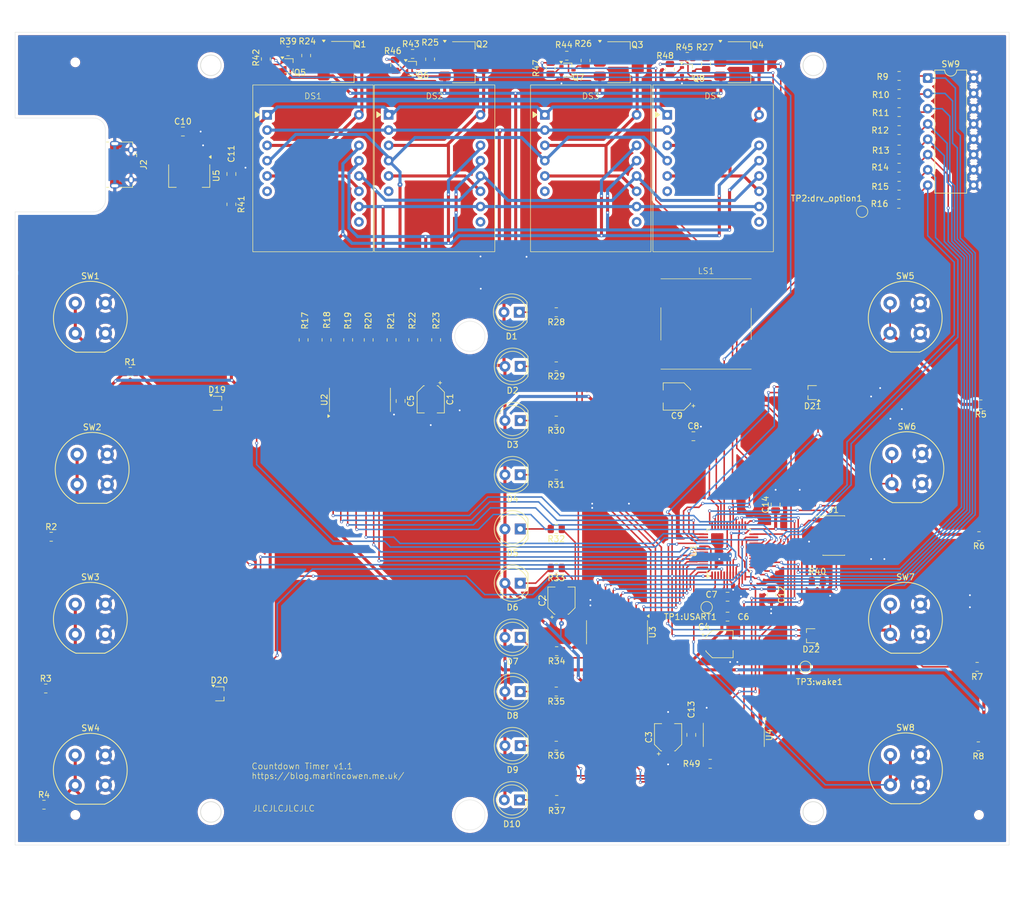
<source format=kicad_pcb>
(kicad_pcb (version 20241229) (generator "pcbnew") (generator_version "9.0")
  (layers (0 "F.Cu" signal) (2 "B.Cu" signal) (13 "F.Paste" user) (15 "B.Paste" user) (5 "F.SilkS" user "F.Silkscreen") (7 "B.SilkS" user "B.Silkscreen") (1 "F.Mask" user) (3 "B.Mask" user) (25 "Edge.Cuts" user))
  (net 0 "")
  (net 1 "/10s")
  (net 2 "/30s")
  (net 3 "/wake")
  (net 4 "/3m")
  (net 5 "/1m")
  (net 6 "/5m")
  (net 7 "/10m")
  (net 8 "/15m")
  (net 9 "Net-(Q1-B)")
  (net 10 "Net-(Q1-C)")
  (net 11 "VCC")
  (net 12 "Net-(Q2-B)")
  (net 13 "Net-(Q2-C)")
  (net 14 "Net-(Q3-C)")
  (net 15 "Net-(Q3-B)")
  (net 16 "Net-(Q4-B)")
  (net 17 "Net-(Q4-C)")
  (net 18 "Net-(U1-PB14)")
  (net 19 "Net-(U1-PB11)")
  (net 20 "/seg_d")
  (net 21 "/opt5")
  (net 22 "GND")
  (net 23 "Net-(U1-VREF+)")
  (net 24 "/opt2")
  (net 25 "/seg_c")
  (net 26 "/~D3_SEL")
  (net 27 "Net-(U1-PB9)")
  (net 28 "/~D2_SEL")
  (net 29 "/~D4_SEL")
  (net 30 "/seg_e")
  (net 31 "/seg_g")
  (net 32 "/spk")
  (net 33 "/NRST")
  (net 35 "Net-(U1-PB12)")
  (net 36 "/opt6")
  (net 37 "/opt1")
  (net 38 "/USART1_TX")
  (net 39 "/~D1_SEL")
  (net 40 "/swdio")
  (net 41 "Net-(U1-PB6)")
  (net 42 "Net-(U1-PB10)")
  (net 43 "/opt3")
  (net 44 "Net-(U1-PB7)")
  (net 45 "/opt4")
  (net 46 "/cancel")
  (net 47 "Net-(U1-PB8)")
  (net 48 "Net-(U1-PB5)")
  (net 49 "/seg_a")
  (net 50 "/seg_b")
  (net 51 "/opt0")
  (net 52 "/drv_option")
  (net 53 "Net-(U1-PB13)")
  (net 54 "/swclk")
  (net 55 "/seg_f")
  (net 56 "/opt7")
  (net 57 "/5V")
  (net 58 "/3V3")
  (net 59 "Net-(C9-Pad2)")
  (net 60 "Net-(D1-K)")
  (net 61 "Net-(D2-K)")
  (net 62 "Net-(D3-K)")
  (net 63 "Net-(D4-K)")
  (net 64 "Net-(D5-K)")
  (net 65 "Net-(D6-K)")
  (net 66 "Net-(D7-K)")
  (net 67 "Net-(D8-K)")
  (net 68 "Net-(D9-K)")
  (net 69 "Net-(D10-K)")
  (net 70 "Net-(DS1-e)")
  (net 71 "Net-(DS1-b)")
  (net 72 "Net-(DS1-a)")
  (net 73 "Net-(DS1-g)")
  (net 74 "Net-(DS1-f)")
  (net 77 "Net-(DS1-d)")
  (net 78 "Net-(DS1-c)")
  (net 85 "Net-(J1-GNDDetect)")
  (net 92 "Net-(U2-O1)")
  (net 93 "Net-(U2-O2)")
  (net 94 "Net-(U2-O3)")
  (net 95 "Net-(U2-O4)")
  (net 96 "Net-(U2-O5)")
  (net 97 "Net-(U2-O6)")
  (net 98 "Net-(U2-O7)")
  (net 99 "Net-(U3-O1)")
  (net 100 "Net-(U3-O2)")
  (net 101 "Net-(U3-O3)")
  (net 102 "Net-(U3-O4)")
  (net 103 "Net-(U3-O5)")
  (net 104 "Net-(U3-O6)")
  (net 105 "Net-(U3-O7)")
  (net 106 "Net-(U4-O1)")
  (net 107 "Net-(U4-O2)")
  (net 108 "Net-(U4-O3)")
  (net 109 "Net-(U4-O7)")
  (net 116 "Net-(Q5-B)")
  (net 117 "Net-(Q5-C)")
  (net 118 "Net-(Q6-B)")
  (net 119 "Net-(Q6-C)")
  (net 120 "Net-(Q7-C)")
  (net 121 "Net-(Q7-B)")
  (net 122 "Net-(Q8-B)")
  (net 123 "Net-(Q8-C)")
  (footprint "LED_THT:LED_D5.0mm_FlatTop" (layer "F.Cu") (at 102.5555 104.2 180)
    (property "Reference" "D4")
    (property "Value" "LED")
  )
  (footprint "MountingHole:ToolingHole_1.152mm" (layer "F.Cu") (at 28.7 160.7)
    (property "Reference" "H2" (hide yes))
    (property "Value" "MountingHole")
  )
  (footprint "timer_footprints:CK_D6" (layer "F.Cu") (at 28.687449 150.775033)
    (property "Reference" "SW4")
    (property "Value" "D6R00 F1 LFS")
  )
  (footprint "Resistor_SMD:R_0805_2012Metric" (layer "F.Cu") (at 179.000214 92.512714 180)
    (property "Reference" "R5")
    (property "Value" "47k")
  )
  (footprint "Capacitor_SMD:CP_Elec_4x5.4" (layer "F.Cu") (at 109.4 125.1 90)
    (property "Reference" "C2")
    (property "Value" "4u7")
  )
  (footprint "Package_TO_SOT_SMD:SOT-323_SC-70" (layer "F.Cu") (at 52.6565 140.589)
    (property "Reference" "D20")
    (property "Value" "BAT54A")
  )
  (footprint "Resistor_SMD:R_0805_2012Metric" (layer "F.Cu") (at 110.2875 34.6)
    (property "Reference" "R44")
    (property "Value" "10k")
  )
  (footprint "TestPoint:TestPoint_Pad_D1.5mm" (layer "F.Cu") (at 159.3 60.5)
    (property "Reference" "TP2:drv_option1")
    (property "Value" "drv_option")
  )
  (footprint "Resistor_SMD:R_0805_2012Metric" (layer "F.Cu") (at 130.2875 34.8)
    (property "Reference" "R45")
    (property "Value" "10k")
  )
  (footprint "LED_THT:LED_D5.0mm_FlatTop" (layer "F.Cu") (at 102.5555 149.2 180)
    (property "Reference" "D9")
    (property "Value" "LED")
  )
  (footprint "Capacitor_SMD:C_0805_2012Metric" (layer "F.Cu") (at 144.95 109.15 90)
    (property "Reference" "C14")
    (property "Value" "100n")
  )
  (footprint "Resistor_SMD:R_0805_2012Metric" (layer "F.Cu") (at 108.5375 140.2 180)
    (property "Reference" "R35")
    (property "Value" "62")
  )
  (footprint "Resistor_SMD:R_0805_2012Metric" (layer "F.Cu") (at 165.4455 46.968)
    (property "Reference" "R12")
    (property "Value" "47k")
  )
  (footprint "Resistor_SMD:R_0805_2012Metric" (layer "F.Cu") (at 37.8225 87.122)
    (property "Reference" "R1")
    (property "Value" "47k")
  )
  (footprint "Resistor_SMD:R_0805_2012Metric" (layer "F.Cu") (at 165.4455 37.968)
    (property "Reference" "R9")
    (property "Value" "47k")
  )
  (footprint "Resistor_SMD:R_0805_2012Metric" (layer "F.Cu") (at 108.5375 104.2 180)
    (property "Reference" "R31")
    (property "Value" "62")
  )
  (footprint "LED_THT:LED_D5.0mm_FlatTop" (layer "F.Cu") (at 102.5555 122.2 180)
    (property "Reference" "D6")
    (property "Value" "LED")
  )
  (footprint "Package_TO_SOT_SMD:SOT-323_SC-70" (layer "F.Cu") (at 110.4 37)
    (property "Reference" "Q7")
    (property "Value" "BC847")
  )
  (footprint "Resistor_SMD:R_0805_2012Metric" (layer "F.Cu") (at 108.5375 119.7 180)
    (property "Reference" "R33")
    (property "Value" "62")
  )
  (footprint "timer_footprints:SA08-11SURKWA" (layer "F.Cu") (at 68.16 53.31)
    (property "Reference" "DS1")
    (property "Value" "SA08-11SURKWA")
  )
  (footprint "Package_QFP:LQFP-48_7x7mm_P0.5mm" (layer "F.Cu") (at 137.16 116.84 90)
    (property "Reference" "U1")
    (property "Value" "STM32C031C6Tx")
  )
  (footprint "Capacitor_SMD:C_0805_2012Metric" (layer "F.Cu") (at 136.972 127.762)
    (property "Reference" "C6")
    (property "Value" "100n")
  )
  (footprint "Resistor_SMD:R_0805_2012Metric" (layer "F.Cu") (at 81.2 81.8 90)
    (property "Reference" "R21")
    (property "Value" "47")
  )
  (footprint "timer_footprints:SA08-11SURKWA" (layer "F.Cu") (at 88.334514 53.304884)
    (property "Reference" "DS2")
    (property "Value" "SA08-11SURKWA")
  )
  (footprint "Connector_USB:USB_Micro-B_Amphenol_10118194-0001LF_Horizontal" (layer "F.Cu") (at 36.55 52.7 -90)
    (property "Reference" "J2")
    (property "Value" "USB_B_Micro")
  )
  (footprint "Resistor_SMD:R_0805_2012Metric" (layer "F.Cu") (at 165.4455 53.2)
    (property "Reference" "R14")
    (property "Value" "47k")
  )
  (footprint "timer_footprints:CK_D6" (layer "F.Cu") (at 28.7 125.7)
    (property "Reference" "SW3")
    (property "Value" "D6R00 F1 LFS")
  )
  (footprint "Resistor_SMD:R_0805_2012Metric" (layer "F.Cu") (at 77.4 81.8 90)
    (property "Reference" "R20")
    (property "Value" "47")
  )
  (footprint "Package_DIP:DIP-16_W7.62mm" (layer "F.Cu") (at 170.2 38.32)
    (property "Reference" "SW9")
    (property "Value" "SW_DIP_x08")
  )
  (footprint "timer_footprints:CK_D6" (layer "F.Cu") (at 164 125.7)
    (property "Reference" "SW7")
    (property "Value" "D6R00 F1 LFS")
  )
  (footprint "Capacitor_SMD:C_0805_2012Metric" (layer "F.Cu") (at 131.3 97.8)
    (property "Reference" "C8")
    (property "Value" "100n")
  )
  (footprint "Resistor_SMD:R_0805_2012Metric" (layer "F.Cu") (at 108.5375 149.2 180)
    (property "Reference" "R36")
    (property "Value" "62")
  )
  (footprint "Resistor_SMD:R_0805_2012Metric" (layer "F.Cu") (at 165.4455 56.2)
    (property "Reference" "R15")
    (property "Value" "47k")
  )
  (footprint "timer_footprints:CK_D6" (layer "F.Cu") (at 164 150.7)
    (property "Reference" "SW8")
    (property "Value" "D6R40 F1 LFS")
  )
  (footprint "timer_footprints:SA08-11SURKWA" (layer "F.Cu") (at 134.58 53.31)
    (property "Reference" "DS4")
    (property "Value" "SA08-11SURKWA")
  )
  (footprint "Resistor_SMD:R_0805_2012Metric" (layer "F.Cu") (at 74 81.8 90)
    (property "Reference" "R19")
    (property "Value" "47")
  )
  (footprint "Package_TO_SOT_SMD:SOT-223-3_TabPin2" (layer "F.Cu") (at 118.91 35.69)
    (property "Reference" "Q3")
    (property "Value" "BCP51")
  )
  (footprint "Package_TO_SOT_SMD:SOT-323_SC-70" (layer "F.Cu") (at 84.6 36.706073)
    (property "Reference" "Q6")
    (property "Value" "BC847")
  )
  (footprint "Resistor_SMD:R_0805_2012Metric" (layer "F.Cu") (at 178.4 136.1 180)
    (property "Reference" "R7")
    (property "Value" "47k")
  )
  (footprint "Package_SO:SOIC-16_3.9x9.9mm_P1.27mm" (layer "F.Cu") (at 118.618 130.364 -90)
    (property "Reference" "U3")
    (property "Value" "ULN2003")
  )
  (footprint "Capacitor_SMD:C_0805_2012Metric" (layer "F.Cu") (at 82.7 91.948 -90)
    (property "Reference" "C5")
    (property "Value" "100n")
  )
  (footprint "Resistor_SMD:R_0805_2012Metric" (layer "F.Cu") (at 151.8685 121.92)
    (property "Reference" "R40")
    (property "Value" "47k")
  )
  (footprint "Package_SO:SOIC-16_3.9x9.9mm_P1.27mm" (layer "F.Cu") (at 138 147.4 -90)
    (property "Reference" "U4")
    (property "Value" "ULN2003")
  )
  (footprint "TestPoint:TestPoint_Pad_D1.5mm" (layer "F.Cu") (at 149.9 136.1)
    (property "Reference" "TP3:wake1")
    (property "Value" "wake")
  )
  (footprint "Package_TO_SOT_SMD:SOT-323_SC-70" (layer "F.Cu") (at 151.0515 90.551 180)
    (property "Reference" "D21")
    (property "Value" "BAT54A")
  )
  (footprint "Capacitor_SMD:CP_Elec_4x5.4" (layer "F.Cu") (at 128.55 91.2 180)
    (property "Reference" "C9")
    (property "Value" "4u7")
  )
  (footprint "Package_TO_SOT_SMD:SOT-223-3_TabPin2" (layer "F.Cu") (at 73.069411 35.641433)
    (property "Reference" "Q1")
    (property "Value" "BCP51")
  )
  (footprint "timer_footprints:CK_D6" (layer "F.Cu") (at 29 100.8)
    (property "Reference" "SW2")
    (property "Value" "D6R00 F1 LFS")
  )
  (footprint "Resistor_SMD:R_0805_2012Metric" (layer "F.Cu") (at 165.4 59.2)
    (property "Reference" "R16")
    (property "Value" "47k")
  )
  (footprint "LED_THT:LED_D5.0mm_FlatTop" (layer "F.Cu") (at 102.5555 95.2 180)
    (property "Reference" "D3")
    (property "Value" "LED")
  )
  (footprint "Resistor_SMD:R_0805_2012Metric" (layer "F.Cu") (at 134.0875 152.2)
    (property "Reference" "R49")
    (property "Value" "120")
  )
  (footprint "timer_footprints:CK_D6" (layer "F.Cu") (at 164.237427 100.687538)
    (property "Reference" "SW6")
    (property "Value" "D6R00 F1 LFS")
  )
  (footprint "TestPoint:TestPoint_Pad_D1.5mm" (layer "F.Cu") (at 133.5 126.2)
    (property "Reference" "TP1:USART1")
    (property "Value" "USART1Tx")
  )
  (footprint "Resistor_SMD:R_0805_2012Metric" (layer "F.Cu") (at 84.6875 34.306073)
    (property "Reference" "R43")
    (property "Value" "10k")
  )
  (footprint "Resistor_SMD:R_0805_2012Metric" (layer "F.Cu") (at 108.5375 95.2 180)
    (property "Reference" "R30")
    (property "Value" "62")
  )
  (footprint "Resistor_SMD:R_0805_2012Metric" (layer "F.Cu") (at 165.4455 43.968)
    (property "Reference" "R11")
    (property "Value" "47k")
  )
  (footprint "Package_TO_SOT_SMD:SOT-323_SC-70" (layer "F.Cu") (at 150.7975 130.937 180)
    (property "Reference" "D22")
    (property "Value" "BAT54A")
  )
  (footprint "Resistor_SMD:R_0805_2012Metric" (layer "F.Cu") (at 178.7 114.4 180)
    (property "Reference" "R6")
    (property "Value" "47k")
  )
  (footprint "Resistor_SMD:R_0805_2012Metric" (layer "F.Cu") (at 87.6 35.193573 -90)
    (property "Reference" "R25")
    (property "Value" "1k")
  )
  (footprint "Resistor_SMD:R_0805_2012Metric" (layer "F.Cu") (at 108.5375 77.2 180)
    (property "Reference" "R28")
    (property "Value" "220")
  )
  (footprint "Resistor_SMD:R_0805_2012Metric" (layer "F.Cu") (at 113.4 35.4 -90)
    (property "Reference" "R26")
    (property "Value" "1k")
  )
  (footprint "Resistor_SMD:R_0805_2012Metric" (layer "F.Cu") (at 108.6 133.5 180)
    (property "Reference" "R34")
    (property "Value" "62")
  )
  (footprint "MountingHole:ToolingHole_1.152mm" (layer "F.Cu") (at 178.7 160.7)
    (property "Reference" "H1" (hide yes))
    (property "Value" "MountingHole")
  )
  (footprint "Resistor_SMD:R_0805_2012Metric" (layer "F.Cu") (at 165.4455 40.968)
    (property "Reference" "R10")
    (property "Value" "47k")
  )
  (footprint "LED_THT:LED_D5.0mm_FlatTop" (layer "F.Cu") (at 102.5555 86.2 180)
    (property "Reference" "D2")
    (property "Value" "LED")
  )
  (footprint "Resistor_SMD:R_0805_2012Metric" (layer "F.Cu") (at 23.8 139.7)
    (property "Reference" "R3")
    (property "Value" "47k")
  )
  (footprint "Capacitor_SMD:CP_Elec_4x5.4" (layer "F.Cu") (at 127.1 147.8 90)
    (property "Reference" "C3")
    (property "Value" "4u7")
  )
  (footprint "Resistor_SMD:R_0805_2012Metric" (layer "F.Cu") (at 66.6 81.8 -90)
    (property "Reference" "R17")
    (property "Value" "47")
  )
  (footprint "Resistor_SMD:R_0805_2012Metric" (layer "F.Cu") (at 108.6125 158.2 180)
    (property "Reference" "R37")
    (property "Value" "62")
  )
  (footprint "timer_footprints:SA08-11SURKWA" (layer "F.Cu") (at 114.26 53.31)
    (property "Reference" "DS3")
    (property "Value" "SA08-11SURKWA")
  )
  (footprint "Package_TO_SOT_SMD:SOT-323_SC-70" (layer "F.Cu") (at 52.2755 92.329)
    (property "Reference" "D19")
    (property "Value" "BAT54A")
  )
  (footprint "LED_THT:LED_D5.0mm_FlatTop" (layer "F.Cu") (at 102.5555 131.2 180)
    (property "Reference" "D7")
    (property "Value" "LED")
  )
  (footprint "Capacitor_SMD:CP_Elec_4x5.4" (layer "F.Cu") (at 135.636 132.334)
    (property "Reference" "C4")
    (property "Value" "4u7")
  )
  (footprint "Resistor_SMD:R_0805_2012Metric" (layer "F.Cu") (at 23.5 159)
    (property "Reference" "R4")
    (property "Value" "47k")
  )
  (footprint "Resistor_SMD:R_0805_2012Metric" (layer "F.Cu") (at 108.5375 86.2 180)
    (property "Reference" "R29")
    (property "Value" "220")
  )
  (footprint "Capacitor_SMD:C_0805_2012Metric" (layer "F.Cu") (at 46.56 47.198)
    (property "Reference" "C10")
    (property "Value" "1u")
  )
  (footprint "Resistor_SMD:R_0805_2012Metric" (layer "F.Cu") (at 70.4 81.8 90)
    (property "Reference" "R18")
    (property "Value" "47")
  )
  (footprint "LED_THT:LED_D5.0mm_FlatTop" (layer "F.Cu") (at 102.5555 113.2 180)
    (property "Reference" "D5")
    (property "Value" "LED")
  )
  (footprint "Resistor_SMD:R_0805_2012Metric" (layer "F.Cu") (at 133.4 35.9125 -90)
    (property "Reference" "R27")
    (property "Value" "1k")
  )
  (footprint "Resistor_SMD:R_0805_2012Metric" (layer "F.Cu") (at 165.4455 50.2)
    (property "Reference" "R13")
    (property "Value" "47k")
  )
  (footprint "Resistor_SMD:R_0805_2012Metric" (layer "F.Cu") (at 84.8 81.8 90)
    (property "Reference" "R22")
    (property "Value" "47")
  )
  (footprint "Resistor_SMD:R_0805_2012Metric" (layer "F.Cu") (at 24.7 114.5)
    (property "Reference" "R2")
    (property "Value" "47k")
  )
  (footprint "Capacitor_SMD:C_0805_2012Metric" (layer "F.Cu") (at 130.95 147.4 90)
    (property "Reference" "C13")
    (property "Value" "100n")
  )
  (footprint "Connector_PinHeader_1.27mm:PinHeader_2x05_P1.27mm_Vertical_SMD" (layer "F.Cu") (at 154.6 114.3)
    (property "Reference" "J1")
    (property "Value" "Conn_ARM_JTAG_SWD_10")
  )
  (footprint "LED_THT:LED_D5.0mm_FlatTop" (layer "F.Cu") (at 102.4 77.2 180)
    (property "Reference" "D1")
    (property "Value" "LED")
  )
  (footprint "LED_THT:LED_D5.0mm_FlatTop" (layer "F.Cu") (at 102.5555 140.2 180)
    (property "Reference" "D8")
    (property "Value" "LED")
  )
  (footprint "Package_SO:SOIC-16_3.9x9.9mm_P1.27mm" (layer "F.Cu") (at 75.946 91.756 90)
    (property "Reference" "U2")
    (property "Value" "ULN2003")
  )
  (footprint "LED_THT:LED_D5.0mm_FlatTop" (layer "F.Cu") (at 102.45 158.2 180)
    (property "Reference" "D10")
    (property "Value" "LED")
  )
  (footprint "Resistor_SMD:R_0805_2012Metric" (layer "F.Cu") (at 81.8 36.193573 -90)
    (property "Reference" "R46")
    (property "Value" "10k")
  )
  (footprint "Resistor_SMD:R_0805_2012Metric" (layer "F.Cu") (at 108.5375 113.2 180)
    (property "Reference" "R32")
    (property "Value" "62")
  )
  (footprint "Resistor_SMD:R_0805_2012Metric" (layer "F.Cu") (at 60.325645 35.150323 -90)
    (property "Reference" "R42")
    (property "Value" "10k")
  )
  (footprint "Resistor_SMD:R_0805_2012Metric" (layer "F.Cu") (at 127.4 36.8875 -90)
    (property "Reference" "R48")
    (property "Value" "10k")
  )
  (footprint "Package_TO_SOT_SMD:SOT-323_SC-70" (layer "F.Cu") (at 64.125645 36.262823)
    (property "Reference" "Q5")
    (property "Value" "BC847")
  )
  (footprint "Resistor_SMD:R_0805_2012Metric" (layer "F.Cu") (at 178.6 149.3 180)
    (property "Reference" "R8")
    (property "Value" "47k")
  )
  (footprint "Capacitor_SMD:C_0805_2012Metric" (layer "F.Cu") (at 136.972 124.46 180)
    (property "Reference" "C7")
    (property "Value" "100n")
  )
  (footprint "Resistor_SMD:R_0805_2012Metric" (layer "F.Cu") (at 54.61 59.2855 -90)
    (property "Reference" "R41")
    (property "Value" "0")
  )
  (footprint "timer_footprints:CK_D6" (layer "F.Cu") (at 28.7 75.7)
    (property "Reference" "SW1")
    (property "Value" "D6R00 F1 LFS")
  )
  (footprint "Resistor_SMD:R_0805_2012Metric" (layer "F.Cu") (at 67.025645 34.575323 -90)
    (property "Reference" "R24")
    (property "Value" "1k")
  )
  (footprint "Capacitor_SMD:C_0805_2012Metric" (layer "F.Cu") (at 54.61 54.248 90)
    (property "Reference" "C11")
    (property "Value" "1u")
  )
  (footprint "MountingHole:ToolingHole_1.152mm" (layer "F.Cu") (at 28.7 35.7)
    (property "Reference" "H3" (hide yes))
    (property "Value" "MountingHole")
  )
  (footprint "Resistor_SMD:R_0805_2012Metric" (layer "F.Cu") (at 88.6 81.8 90)
    (property "Reference" "R23")
    (property "Value" "47")
  )
  (footprint "timer_footprints:CMS-151504-SMT-TR" (layer "F.Cu") (at 133.4 79.15)
    (property "Reference" "LS1")
    (property "Value" "Speaker")
  )
  (footprint "Capacitor_SMD:CP_Elec_4x5.4" (layer "F.Cu") (at 87.7 91.672 -90)
    (property "Reference" "C1")
    (property "Value" "4u7")
  )
  (footprint "Capacitor_SMD:C_0805_2012Metric" (layer "F.Cu") (at 144.272 124.145 -90)
    (property "Reference" "C12")
    (property "Value" "100n")
  )
  (footprint "Package_TO_SOT_SMD:SOT-223-3_TabPin2" (layer "F.Cu") (at 138.91 35.69)
    (property "Reference" "Q4")
    (property "Value" "BCP51")
  )
  (footprint "Package_TO_SOT_SMD:SOT-223-3_TabPin2" (layer "F.Cu") (at 47.61 54.548 -90)
    (property "Reference" "U5")
    (property "Value" "TLV76133DCY")
  )
  (footprint "timer_footprints:CK_D6" (layer "F.Cu") (at 163.958494 75.682006)
    (property "Reference" "SW5")
    (property "Value" "D6R00 F1 LFS")
  )
  (footprint "Resistor_SMD:R_0805_2012Metric" (layer "F.Cu") (at 107.6 36.6875 -90)
    (property "Reference" "R47")
    (property "Value" "10k")
  )
  (footprint "Resistor_SMD:R_0805_2012Metric" (layer "F.Cu") (at 64.013145 33.862823)
    (property "Reference" "R39")
    (property "Value" "10k")
  )
  (footprint "Package_TO_SOT_SMD:SOT-223-3_TabPin2" (layer "F.Cu") (at 93.16 35.69)
    (property "Reference" "Q2")
    (property "Value" "BCP51")
  )
  (footprint "Package_TO_SOT_SMD:SOT-323_SC-70" (layer "F.Cu") (at 130.4 37.2)
    (property "Reference" "Q8")
    (property "Value" "BC847")
  )
  (gr_circle (center 94.2 81.2) (end 96.7 81.2) (stroke (width 0.05)) (fill no) (layer "Edge.Cuts"))
  (gr_line (start 183.7 165.7) (end 18.7 165.7) (stroke (width 0.05)) (layer "Edge.Cuts"))
  (gr_circle (center 51.2 36.2) (end 52.9 36.2) (stroke (width 0.1)) (fill no) (layer "Edge.Cuts"))
  (gr_arc (start 33.7 58.535786) (mid 33.114214 59.95) (end 31.7 60.535786) (stroke (width 0.05)) (layer "Edge.Cuts"))
  (gr_circle (center 51.2 160.2) (end 52.9 160.2) (stroke (width 0.1)) (fill no) (layer "Edge.Cuts"))
  (gr_line (start 18.7 30.7) (end 18.7 44.95) (stroke (width 0.05)) (layer "Edge.Cuts"))
  (gr_circle (center 151.2 160.2) (end 152.9 160.2) (stroke (width 0.1)) (fill no) (layer "Edge.Cuts"))
  (gr_line (start 18.7 30.7) (end 183.7 30.7) (stroke (width 0.05)) (layer "Edge.Cuts"))
  (gr_line (start 183.7 30.7) (end 183.7 165.7) (stroke (width 0.05)) (layer "Edge.Cuts"))
  (gr_arc (start 31.7 44.95) (mid 33.114214 45.535786) (end 33.7 46.95) (stroke (width 0.05)) (layer "Edge.Cuts"))
  (gr_line (start 31.7 44.95) (end 18.7 44.95) (stroke (width 0.05)) (layer "Edge.Cuts"))
  (gr_circle (center 94.2 160.7) (end 96.7 160.7) (stroke (width 0.05)) (fill no) (layer "Edge.Cuts"))
  (gr_line (start 33.7 46.95) (end 33.7 58.5358) (stroke (width 0.05)) (layer "Edge.Cuts"))
  (gr_line (start 31.707483 60.535786) (end 18.7 60.535786) (stroke (width 0.05)) (layer "Edge.Cuts"))
  (gr_line (start 18.7 60.535786) (end 18.7 165.7) (stroke (width 0.05)) (layer "Edge.Cuts"))
  (gr_circle (center 151.2 36.2) (end 152.9 36.2) (stroke (width 0.1)) (fill no) (layer "Edge.Cuts"))
  (gr_text "Countdown Timer v1.1\nhttps://blog.martincowen.me.uk/" (at 57.9 154.8 0) (layer "F.SilkS") (effects (font (size 1 1) (thickness 0.1)) (justify left bottom)))
  (gr_text "JLCJLCJLCJLC" (at 58.1 160.2 0) (layer "F.SilkS") (effects (font (size 1 1) (thickness 0.1)) (justify left bottom)))
  (segment (start 138.21 118.1) (end 137.91 118.4) (width 0.254) (layer "F.Cu") (net 1))
  (segment (start 28.6 79.9) (end 28.7 79.8) (width 0.508) (layer "F.Cu") (net 1))
  (segment (start 38.735 87.122) (end 38.989 87.122) (width 0.508) (layer "F.Cu") (net 1))
  (segment (start 43.246 91.379) (end 51.338 91.379) (width 0.508) (layer "F.Cu") (net 1))
  (segment (start 54.629 91.379) (end 58.801 95.551) (width 0.254) (layer "F.Cu") (net 1))
  (segment (start 32.1 84.1) (end 28.7 80.7) (width 0.508) (layer "F.Cu") (net 1))
  (segment (start 36.729 84.1) (end 32.1 84.1) (width 0.508) (layer "F.Cu") (net 1))
  (segment (start 28.7 80) (end 28.6 79.9) (width 0.508) (layer "F.Cu") (net 1))
  (segment (start 137.91 118.4) (end 137.91 121.0025) (width 0.254) (layer "F.Cu") (net 1))
  (segment (start 51.338 91.379) (end 54.629 91.379) (width 0.254) (layer "F.Cu") (net 1))
  (segment (start 58.801 95.551) (end 58.801 98.95) (width 0.254) (layer "F.Cu") (net 1))
  (segment (start 28.7 79.8) (end 28.7 75.7) (width 0.508) (layer "F.Cu") (net 1))
  (segment (start 38.989 87.122) (end 43.246 91.379) (width 0.508) (layer "F.Cu") (net 1))
  (segment (start 38.735 86.106) (end 36.729 84.1) (width 0.508) (layer "F.Cu") (net 1))
  (segment (start 38.735 87.122) (end 38.735 86.106) (width 0.508) (layer "F.Cu") (net 1))
  (segment (start 138.3 118.1) (end 138.21 118.1) (width 0.254) (layer "F.Cu") (net 1))
  (segment (start 28.7 80.7) (end 28.7 80) (width 0.508) (layer "F.Cu") (net 1))
  (via (at 58.801 98.95) (size 0.5) (drill 0.3) (layers "F.Cu" "B.Cu") (remove_unused_layers yes) (net 1))
  (via (at 138.3 118.1) (size 0.5) (drill 0.3) (layers "F.Cu" "B.Cu") (remove_unused_layers yes) (net 1))
  (segment (start 131 114.7) (end 126.5 114.7) (width 0.254) (layer "B.Cu") (net 1))
  (segment (start 125 116.2) (end 81 116.2) (width 0.254) (layer "B.Cu") (net 1))
  (segment (start 138.3 117.025402) (end 136.874598 115.6) (width 0.254) (layer "B.Cu") (net 1))
  (segment (start 81 116.2) (end 80.0388 115.2388) (width 0.254) (layer "B.Cu") (net 1))
  (segment (start 58.801 102.501) (end 58.801 98.95) (width 0.254) (layer "B.Cu") (net 1))
  (segment (start 71.5388 115.2388) (end 58.801 102.501) (width 0.254) (layer "B.Cu") (net 1))
  (segment (start 126.5 114.7) (end 125 116.2) (width 0.254) (layer "B.Cu") (net 1))
  (segment (start 80.0388 115.2388) (end 71.5388 115.2388) (width 0.254) (layer "B.Cu") (net 1))
  (segment (start 138.3 118.1) (end 138.3 117.025402) (width 0.254) (layer "B.Cu") (net 1))
  (segment (start 136.874598 115.6) (end 131.9 115.6) (width 0.254) (layer "B.Cu") (net 1))
  (segment (start 131.9 115.6) (end 131 114.7) (width 0.254) (layer "B.Cu") (net 1))
  (segment (start 138.41 119.59) (end 138.8 119.2) (width 0.254) (layer "F.Cu") (net 2))
  (segment (start 46.2 107.7) (end 44.7 107.7) (width 0.254) (layer "F.Cu") (net 2))
  (segment (start 51.338 101.062) (end 47.625 104.775) (width 0.508) (layer "F.Cu") (net 2))
  (segment (start 57.626 119.126) (end 46.2 107.7) (width 0.254) (layer "F.Cu") (net 2))
  (segment (start 37.9 114.5) (end 28.7 114.5) (width 0.508) (layer "F.Cu") (net 2))
  (segment (start 51.338 93.279) (end 51.338 101.062) (width 0.508) (layer "F.Cu") (net 2))
  (segment (start 29 114.2) (end 28.7 114.5) (width 0.508) (layer "F.Cu") (net 2))
  (segment (start 28.7 114.5) (end 25.6125 114.5) (width 0.508) (layer "F.Cu") (net 2))
  (segment (start 57.7 119.126) (end 57.626 119.126) (width 0.254) (layer "F.Cu") (net 2))
  (segment (start 138.41 121.0025) (end 138.41 119.59) (width 0.254) (layer "F.Cu") (net 2))
  (segment (start 47.625 104.775) (end 44.7 107.7) (width 0.508) (layer "F.Cu") (net 2))
  (segment (start 29 105.8) (end 29 114.2) (width 0.508) (layer "F.Cu") (net 2))
  (segment (start 29 105.8) (end 29 100.8) (width 0.508) (layer "F.Cu") (net 2))
  (segment (start 44.7 107.7) (end 37.9 114.5) (width 0.508) (layer "F.Cu") (net 2))
  (via (at 138.8 119.2) (size 0.5) (drill 0.3) (layers "F.Cu" "B.Cu") (remove_unused_layers yes) (net 2))
  (via (at 57.7 119.126) (size 0.5) (drill 0.3) (layers "F.Cu" "B.Cu") (remove_unused_layers yes) (net 2))
  (segment (start 138.8 119.2) (end 57.7 119.126) (width 0.254) (layer "B.Cu") (net 2))
  (segment (start 53.213 101.219) (end 61.048 109.054) (width 0.508) (layer "F.Cu") (net 3))
  (segment (start 53.213 92.329) (end 53.213 101.219) (width 0.508) (layer "F.Cu") (net 3))
  (segment (start 132.9 121.031) (end 134.3815 121.031) (width 0.254) (layer "F.Cu") (net 3))
  (segment (start 68.282 121.031) (end 61.004 121.031) (width 0.254) (layer "F.Cu") (net 3))
  (segment (start 149.86 130.937) (end 148.336 130.937) (width 0.254) (layer "F.Cu") (net 3))
  (segment (start 127.762 111.1504) (end 127.762 121.031) (width 0.254) (layer "F.Cu") (net 3))
  (segment (start 127 110.3884) (end 127.762 111.1504) (width 0.254) (layer "F.Cu") (net 3))
  (segment (start 127.762 130.683) (end 128.016 130.937) (width 0.254) (layer "F.Cu") (net 3))
  (segment (start 127.762 121.031) (end 127.762 130.683) (width 0.254) (layer "F.Cu") (net 3))
  (segment (start 150.114 90.551) (end 143.764 90.551) (width 0.254) (layer "F.Cu") (net 3))
  (segment (start 61.048 109.054) (end 61.048 133.135) (width 0.508) (layer "F.Cu") (net 3))
  (segment (start 134.3815 121.031) (end 134.41 121.0025) (width 0.254) (layer "F.Cu") (net 3))
  (segment (start 149.9 136.1) (end 149.9 130.977) (width 0.254) (layer "F.Cu") (net 3))
  (segment (start 149.9 130.977) (end 149.86 130.937) (width 0.254) (layer "F.Cu") (net 3))
  (segment (start 53.594 140.589) (end 61.048 133.135) (width 0.508) (layer "F.Cu") (net 3))
  (via (at 148.336 130.937) (size 0.5) (drill 0.3) (layers "F.Cu" "B.Cu") (remove_unused_layers yes) (net 3))
  (via (at 127 110.3884) (size 0.5) (drill 0.3) (layers "F.Cu" "B.Cu") (remove_unused_layers yes) (net 3))
  (via (at 143.764 90.551) (size 0.5) (drill 0.3) (layers "F.Cu" "B.Cu") (remove_unused_layers yes) (net 3))
  (via (at 68.199 121.031) (size 0.5) (drill 0.3) (layers "F.Cu" "B.Cu") (remove_unused_layers yes) (net 3))
  (via (at 127.762 121.031) (size 0.5) (drill 0.3) (layers "F.Cu" "B.Cu") (remove_unused_layers yes) (net 3))
  (via (at 128.016 130.937) (size 0.5) (drill 0.3) (layers "F.Cu" "B.Cu") (remove_unused_layers yes) (net 3))
  (via (at 132.9 121.031) (size 0.5) (drill 0.3) (layers "F.Cu" "B.Cu") (remove_unused_layers yes) (net 3))
  (segment (start 93.6 121.031) (end 68.326 121.031) (width 0.254) (layer "B.Cu") (net 3))
  (segment (start 107.669 121.031) (end 104.6 124.1) (width 0.254) (layer "B.Cu") (net 3))
  (segment (start 128.016 130.937) (end 148.336 130.937) (width 0.254) (layer "B.Cu") (net 3))
  (segment (start 127.1116 110.3884) (end 127 110.3884) (width 0.254) (layer "B.Cu") (net 3))
  (segment (start 104.6 124.1) (end 96.669 124.1) (width 0.254) (layer "B.Cu") (net 3))
  (segment (start 143.764 93.736) (end 127.1116 110.3884) (width 0.254) (layer "B.Cu") (net 3))
  (segment (start 143.764 90.551) (end 143.764 93.736) (width 0.254) (layer "B.Cu") (net 3))
  (segment (start 96.669 124.1) (end 93.6 121.031) (width 0.254) (layer "B.Cu") (net 3))
  (segment (start 132.9 121.031) (end 107.669 121.031) (width 0.254) (layer "B.Cu") (net 3))
  (segment (start 28.687449 156.53709) (end 28.687449 155.775033) (width 0.508) (layer "F.Cu") (net 4))
  (segment (start 51.719 144.653) (end 51.719 146.431) (width 0.508) (layer "F.Cu") (net 4))
  (segment (start 51.719 146.431) (end 39.100359 159.049641) (width 0.508) (layer "F.Cu") (net 4))
  (segment (start 25.512482 158.95) (end 28.687449 155.775033) (width 0.508) (layer "F.Cu") (net 4))
  (segment (start 28.687449 155.775033) (end 28.687449 150.775033) (width 0.508) (layer "F.Cu") (net 4))
  (segment (start 135.91 119.932184) (end 135.985592 119.856592) (width 0.254) (layer "F.Cu") (net 4))
  (segment (start 135.91 121.0025) (end 135.91 119.932184) (width 0.254) (layer "F.Cu") (net 4))
  (segment (start 62.23 134.2) (end 51.719 144.653) (width 0.254) (layer "F.Cu") (net 4))
  (segment (start 31.2 159.049641) (end 28.687449 156.53709) (width 0.508) (layer "F.Cu") (net 4))
  (segment (start 24.4125 159) (end 24.3625 158.95) (width 0.508) (layer "F.Cu") (net 4))
  (segment (start 51.719 141.539) (end 51.719 144.653) (width 0.508) (layer "F.Cu") (net 4))
  (segment (start 24.3625 158.95) (end 25.512482 158.95) (width 0.508) (layer "F.Cu") (net 4))
  (segment (start 24.4125 159) (end 24.462141 159.049641) (width 0.508) (layer "F.Cu") (net 4))
  (segment (start 39.100359 159.049641) (end 31.2 159.049641) (width 0.508) (layer "F.Cu") (net 4))
  (via (at 135.985592 119.856592) (size 0.5) (drill 0.3) (layers "F.Cu" "B.Cu") (remove_unused_layers yes) (net 4))
  (via (at 62.23 134.2) (size 0.5) (drill 0.3) (layers "F.Cu" "B.Cu") (remove_unused_layers yes) (net 4))
  (segment (start 68.040592 119.856592) (end 135.985592 119.856592) (width 0.254) (layer "B.Cu") (net 4))
  (segment (start 62.23 125.667184) (end 68.040592 119.856592) (width 0.254) (layer "B.Cu") (net 4))
  (segment (start 62.23 134.2) (end 62.23 125.667184) (width 0.254) (layer "B.Cu") (net 4))
  (segment (start 136.91 116.074) (end 136.91 112.6775) (width 0.254) (layer "F.Cu") (net 5))
  (segment (start 136.906 116.459) (end 136.906 116.078) (width 0.254) (layer "F.Cu") (net 5))
  (segment (start 51.719 139.639) (end 28.7 139.639) (width 0.508) (layer "F.Cu") (net 5))
  (segment (start 28.7 130.7) (end 28.7 125.7) (width 0.508) (layer "F.Cu") (net 5))
  (segment (start 51.719 139.639) (end 59.45 131.908) (width 0.254) (layer "F.Cu") (net 5))
  (segment (start 59.45 131.908) (end 59.45 117.856) (width 0.254) (layer "F.Cu") (net 5))
  (segment (start 28.7 139.639) (end 25.4515 139.639) (width 0.508) (layer "F.Cu") (net 5))
  (segment (start 136.906 116.078) (end 136.91 116.074) (width 0.254) (layer "F.Cu") (net 5))
  (segment (start 28.7 139.639) (end 28.7 130.7) (width 0.508) (layer "F.Cu") (net 5))
  (segment (start 25.3905 139.7) (end 24.7125 139.7) (width 0.508) (layer "F.Cu") (net 5))
  (via (at 136.906 116.459) (size 0.5) (drill 0.3) (layers "F.Cu" "B.Cu") (remove_unused_layers yes) (net 5))
  (via (at 59.45 117.856) (size 0.5) (drill 0.3) (layers "F.Cu" "B.Cu") (remove_unused_layers yes) (net 5))
  (segment (start 133.35 116.5088) (end 136.8562 116.5088) (width 0.254) (layer "B.Cu") (net 5))
  (segment (start 59.45 117.856) (end 129.14385 117.856) (width 0.254) (layer "B.Cu") (net 5))
  (segment (start 133.223 116.3818) (end 133.35 116.5088) (width 0.254) (layer "B.Cu") (net 5))
  (segment (start 130.61805 116.3818) (end 133.223 116.3818) (width 0.254) (layer "B.Cu") (net 5))
  (segment (start 129.14385 117.856) (end 130.61805 116.3818) (width 0.254) (layer "B.Cu") (net 5))
  (segment (start 136.8562 116.5088) (end 136.906 116.459) (width 0.254) (layer "B.Cu") (net 5))
  (segment (start 151.989 89.601) (end 159.6 81.99) (width 0.254) (layer "F.Cu") (net 6))
  (segment (start 163.958494 75.682006) (end 163.958494 80.682006) (width 0.254) (layer "F.Cu") (net 6))
  (segment (start 159.6 81.99) (end 162.6505 81.99) (width 0.254) (layer "F.Cu") (net 6))
  (segment (start 130.556 110.236) (end 130.556 113.931992) (width 0.254) (layer "F.Cu") (net 6))
  (segment (start 175.912714 92.512714) (end 174.15 90.75) (width 0.508) (layer "F.Cu") (net 6))
  (segment (start 174.15 90.75) (end 164.082006 80.682006) (width 0.508) (layer "F.Cu") (net 6))
  (segment (start 131.214008 114.59) (end 132.9975 114.59) (width 0.254) (layer "F.Cu") (net 6))
  (segment (start 164.082006 80.682006) (end 163.958494 80.682006) (width 0.508) (layer "F.Cu") (net 6))
  (segment (start 130.556 113.931992) (end 131.214008 114.59) (width 0.254) (layer "F.Cu") (net 6))
  (segment (start 162.6505 81.99) (end 163.958494 80.682006) (width 0.254) (layer "F.Cu") (net 6))
  (segment (start 151.989 89.601) (end 144.719 89.601) (width 0.254) (layer "F.Cu") (net 6))
  (segment (start 144.7165 89.5985) (end 144.719 89.601) (width 0.254) (layer "F.Cu") (net 6))
  (segment (start 178.087714 92.512714) (end 175.912714 92.512714) (width 0.508) (layer "F.Cu") (net 6))
  (via (at 144.7165 89.5985) (size 0.5) (drill 0.3) (layers "F.Cu" "B.Cu") (remove_unused_layers yes) (net 6))
  (via (at 130.556 110.236) (size 0.5) (drill 0.3) (layers "F.Cu" "B.Cu") (remove_unused_layers yes) (net 6))
  (segment (start 144.7165 96.0755) (end 130.556 110.236) (width 0.254) (layer "B.Cu") (net 6))
  (segment (start 144.7165 89.5985) (end 144.7165 96.0755) (width 0.254) (layer "B.Cu") (net 6))
  (segment (start 129.667 110.236) (end 129.667 113.690984) (width 0.254) (layer "F.Cu") (net 7))
  (segment (start 132.842 108.966) (end 132.207 109.601) (width 0.254) (layer "F.Cu") (net 7))
  (segment (start 172.498 114.098) (end 164.237427 105.837427) (width 0.508) (layer "F.Cu") (net 7))
  (segment (start 130.302 109.601) (end 129.667 110.236) (width 0.254) (layer "F.Cu") (net 7))
  (segment (start 177.7875 114.4) (end 177.4855 114.098) (width 0.508) (layer "F.Cu") (net 7))
  (segment (start 131.066016 115.09) (end 132.9975 115.09) (width 0.254) (layer "F.Cu") (net 7))
  (segment (start 129.667 113.690984) (end 131.066016 115.09) (width 0.254) (layer "F.Cu") (net 7))
  (segment (start 164.237427 105.687538) (end 164.237427 100.687538) (width 0.254) (layer "F.Cu") (net 7))
  (segment (start 164.237427 105.837427) (end 164.237427 105.687538) (width 0.508) (layer "F.Cu") (net 7))
  (segment (start 132.207 109.601) (end 130.302 109.601) (width 0.254) (layer "F.Cu") (net 7))
  (segment (start 151.989 97.389) (end 160.287538 105.687538) (width 0.254) (layer "F.Cu") (net 7))
  (segment (start 151.989 91.501) (end 151.989 97.389) (width 0.254) (layer "F.Cu") (net 7))
  (segment (start 177.4855 114.098) (end 172.498 114.098) (width 0.508) (layer "F.Cu") (net 7))
  (segment (start 160.287538 105.687538) (end 164.237427 105.687538) (width 0.254) (layer "F.Cu") (net 7))
  (via (at 151.989 97.389) (size 0.5) (drill 0.3) (layers "F.Cu" "B.Cu") (remove_unused_layers yes) (net 7))
  (via (at 132.842 108.966) (size 0.5) (drill 0.3) (layers "F.Cu" "B.Cu") (remove_unused_layers yes) (net 7))
  (segment (start 140.412 108.966) (end 151.989 97.389) (width 0.254) (layer "B.Cu") (net 7))
  (segment (start 132.842 108.966) (end 140.412 108.966) (width 0.254) (layer "B.Cu") (net 7))
  (segment (start 151.748 130) (end 151.735 129.987) (width 0.508) (layer "F.Cu") (net 8))
  (segment (start 169.4 136.1) (end 177.4875 136.1) (width 0.254) (layer "F.Cu") (net 8))
  (segment (start 132.9975 115.59) (end 128.6574 115.59) (width 0.254) (layer "F.Cu") (net 8))
  (segment (start 148.402 129.987) (end 148.336 129.921) (width 0.254) (layer "F.Cu") (net 8))
  (segment (start 163.3 130) (end 151.748 130) (width 0.508) (layer "F.Cu") (net 8))
  (segment (start 127 128.905) (end 127.1544 128.7506) (width 0.254) (layer "F.Cu") (net 8))
  (segment (start 169.4 136.1) (end 164 130.7) (width 0.254) (layer "F.Cu") (net 8))
  (segment (start 127.1544 128.7506) (end 127.1544 115.824) (width 0.254) (layer "F.Cu") (net 8))
  (segment (start 128.6574 115.59) (end 128.524 115.7234) (width 0.254) (layer "F.Cu") (net 8))
  (segment (start 164 130.7) (end 164 125.7) (width 0.254) (layer "F.Cu") (net 8))
  (segment (start 164 130.7) (end 163.3 130) (width 0.508) (layer "F.Cu") (net 8))
  (segment (start 151.735 129.987) (end 148.402 129.987) (width 0.254) (layer "F.Cu") (net 8))
  (via (at 127 128.905) (size 0.5) (drill 0.3) (layers "F.Cu" "B.Cu") (remove_unused_layers yes) (net 8))
  (via (at 148.336 129.921) (size 0.5) (drill 0.3) (layers "F.Cu" "B.Cu") (remove_unused_layers yes) (net 8))
  (via (at 127.1544 115.824) (size 0.5) (drill 0.3) (layers "F.Cu" "B.Cu") (remove_unused_layers yes) (net 8))
  (via (at 128.524 115.7234) (size 0.5) (drill 0.3) (layers "F.Cu" "B.Cu") (remove_unused_layers yes) (net 8))
  (segment (start 128.524 115.7234) (end 127.255 115.7234) (width 0.254) (layer "B.Cu") (net 8))
  (segment (start 128.016 129.921) (end 127 128.905) (width 0.254) (layer "B.Cu") (net 8))
  (segment (start 127.255 115.7234) (end 127.1544 115.824) (width 0.254) (layer "B.Cu") (net 8))
  (segment (start 148.336 129.921) (end 128.016 129.921) (width 0.254) (layer "B.Cu") (net 8))
  (segment (start 64.925645 33.862823) (end 66.825645 33.862823) (width 0.254) (layer "F.Cu") (net 9))
  (segment (start 67.025645 33.662823) (end 68.137177 33.662823) (width 0.254) (layer "F.Cu") (net 9))
  (segment (start 66.825645 33.862823) (end 67.025645 33.662823) (width 0.254) (layer "F.Cu") (net 9))
  (segment (start 68.137177 33.662823) (end 68.458567 33.341433) (width 0.254) (layer "F.Cu") (net 9))
  (segment (start 68.458567 33.341433) (end 69.919411 33.341433) (width 0.254) (layer "F.Cu") (net 9))
  (segment (start 69.577978 33) (end 69.919411 33.341433) (width 0.254) (layer "F.Cu") (net 9))
  (segment (start 69.553978 32.976) (end 69.919411 33.341433) (width 0.508) (layer "F.Cu") (net 9))
  (segment (start 75.652 44.42) (end 75.78 44.42) (width 0.508) (layer "F.Cu") (net 10))
  (segment (start 60.54 54.58) (end 70.572 54.58) (width 0.508) (layer "F.Cu") (net 10))
  (segment (start 60.54 49.5) (end 70.572 49.5) (width 0.508) (layer "F.Cu") (net 10))
  (segment (start 73.62 54.58) (end 75.78 56.74) (width 0.508) (layer "F.Cu") (net 10))
  (segment (start 70.572 54.58) (end 73.62 54.58) (width 0.508) (layer "F.Cu") (net 10))
  (segment (start 70.572 49.5) (end 75.652 44.42) (width 0.508) (layer "F.Cu") (net 10))
  (segment (start 70.572 49.5) (end 70.572 54.58) (width 0.508) (layer "F.Cu") (net 10))
  (segment (start 76.26 33.94) (end 76.26 44.32) (width 0.508) (layer "F.Cu") (net 10))
  (segment (start 69.919411 35.641433) (end 76.219411 35.641433) (width 0.508) (layer "F.Cu") (net 10))
  (segment (start 75.78 56.74) (end 75.78 57.12) (width 0.508) (layer "F.Cu") (net 10))
  (segment (start 76.16 44.42) (end 75.78 44.42) (width 0.508) (layer "F.Cu") (net 10))
  (segment (start 76.26 44.32) (end 76.16 44.42) (width 0.508) (layer "F.Cu") (net 10))
  (segment (start 129.57 136.6) (end 133.836 132.334) (width 0.508) (layer "F.Cu") (net 11))
  (segment (start 99.7 136.6) (end 129 136.6) (width 0.508) (layer "F.Cu") (net 11))
  (segment (start 95.5 132.4) (end 99.7 136.6) (width 0.508) (layer "F.Cu") (net 11))
  (segment (start 136.022 127.762) (end 136.91 126.874) (width 0.254) (layer "F.Cu") (net 11))
  (segment (start 129 136.6) (end 129.57 136.6) (width 0.508) (layer "F.Cu") (net 11))
  (segment (start 144.95 113.15) (end 145 113.2) (width 0.508) (layer "F.Cu") (net 11))
  (segment (start 22.8875 139.7) (end 22.8875 158.7) (width 0.508) (layer "F.Cu") (net 11))
  (segment (start 23.7875 114.5) (end 23.7875 125.5) (width 0.508) (layer "F.Cu") (net 11))
  (segment (start 137.5908 116.591616) (end 137.5908 113.9092) (width 0.254) (layer "F.Cu") (net 11))
  (segment (start 91 132.4) (end 95.5 132.4) (width 0.508) (layer "F.Cu") (net 11))
  (segment (start 23.7875 125.5) (end 22.8875 126.4) (width 0.508) (layer "F.Cu") (net 11))
  (segment (start 179.5125 143.1875) (end 179.5125 149.3) (width 0.508) (layer "F.Cu") (net 11))
  (segment (start 68.9112 102.7112) (end 68.9112 110.3112) (width 0.508) (layer "F.Cu") (net 11))
  (segment (start 136.91 121.0025) (end 136.91 118.4) (width 0.254) (layer "F.Cu") (net 11))
  (segment (start 136.022 127.762) (end 136.022 130.148) (width 0.508) (layer "F.Cu") (net 11))
  (segment (start 179.3125 136.1) (end 179.45 135.9625) (width 0.508) (layer "F.Cu") (net 11))
  (segment (start 179.7 114.3125) (end 179.7 94.0125) (width 0.508) (layer "F.Cu") (net 11))
  (segment (start 54.7 88.5) (end 68.9112 102.7112) (width 0.508) (layer "F.Cu") (net 11))
  (segment (start 140.001532 113.9) (end 139.6 113.9) (width 0.254) (layer "F.Cu") (net 11))
  (segment (start 149.65 112.6) (end 150.45 111.8) (width 0.254) (layer "F.Cu") (net 11))
  (segment (start 179.45 114.5625) (end 179.6125 114.4) (width 0.508) (layer "F.Cu") (net 11))
  (segment (start 24.4 111.3) (end 23.7875 111.9125) (width 0.508) (layer "F.Cu") (net 11))
  (segment (start 145 113.2) (end 140.701532 113.2) (width 0.254) (layer "F.Cu") (net 11))
  (segment (start 136.6 117.582416) (end 137.5908 116.591616) (width 0.254) (layer "F.Cu") (net 11))
  (segment (start 137.5908 113.9092) (end 137.6 113.9) (width 0.254) (layer "F.Cu") (net 11))
  (segment (start 179.5125 136.3) (end 179.3125 136.1) (width 0.508) (layer "F.Cu") (net 11))
  (segment (start 54.61 60.198) (end 54.61 88.41) (width 0.508) (layer "F.Cu") (net 11))
  (segment (start 36.91 87.122) (end 35.366 88.666) (width 0.508) (layer "F.Cu") (net 11))
  (segment (start 179.5125 149.3) (end 179.5125 136.3) (width 0.508) (layer "F.Cu") (net 11))
  (segment (start 152.66 111.76) (end 152.7 111.8) (width 0.254) (layer "F.Cu") (net 11))
  (segment (start 179.912714 93.799786) (end 179.912714 92.512714) (width 0.508) (layer "F.Cu") (net 11))
  (segment (start 35.366 88.666) (end 24.4 99.632) (width 0.508) (layer "F.Cu") (net 11))
  (segment (start 179.45 135.9625) (end 179.45 114.5625) (width 0.508) (layer "F.Cu") (net 11))
  (segment (start 136.6 118.09) (end 136.6 117.582416) (width 0.254) (layer "F.Cu") (net 11))
  (segment (start 136.022 130.148) (end 133.836 132.334) (width 0.508) (layer "F.Cu") (net 11))
  (segment (start 149.3012 112.6) (end 149.65 112.6) (width 0.254) (layer "F.Cu") (net 11))
  (segment (start 152.7 111.8) (end 150.45 111.8) (width 0.254) (layer "F.Cu") (net 11))
  (segment (start 24.4 99.632) (end 24.4 111.3) (width 0.508) (layer "F.Cu") (net 11))
  (segment (start 23.7875 111.9125) (end 23.7875 114.5) (width 0.508) (layer "F.Cu") (net 11))
  (segment (start 179.7 94.0125) (end 179.912714 93.799786) (width 0.508) (layer "F.Cu") (net 11))
  (segment (start 129 136.6) (end 138.5 136.6) (width 0.508) (layer "F.Cu") (net 11))
  (segment (start 22.8875 126.4) (end 22.8875 139.7) (width 0.508) (layer "F.Cu") (net 11))
  (segment (start 68.9112 110.3112) (end 91 132.4) (width 0.508) (layer "F.Cu") (net 11))
  (segment (start 144.95 110.1) (end 144.95 113.15) (width 0.508) (layer "F.Cu") (net 11))
  (segment (start 140.701532 113.2) (end 140.001532 113.9) (width 0.254) (layer "F.Cu") (net 11))
  (segment (start 179.6125 114.4) (end 179.7 114.3125) (width 0.508) (layer "F.Cu") (net 11))
  (segment (start 152.65 111.76) (end 152.66 111.76) (width 0.254) (layer "F.Cu") (net 11))
  (segment (start 54.61 88.41) (end 54.7 88.5) (width 0.508) (layer "F.Cu") (net 11))
  (segment (start 22.8875 158.7) (end 22.5875 159) (width 0.508) (layer "F.Cu") (net 11))
  (segment (start 136.91 121.0025) (end 136.91 126.874) (width 0.254) (layer "F.Cu") (net 11))
  (segment (start 136.91 118.4) (end 136.6 118.09) (width 0.254) (layer "F.Cu") (net 11))
  (via (at 54.7 88.5) (size 0.5) (drill 0.3) (layers "F.Cu" "B.Cu") (remove_unused_layers yes) (net 11))
  (via (at 139.6 113.9) (size 0.5) (drill 0.3) (layers "F.Cu" "B.Cu") (remove_unused_layers yes) (net 11))
  (via (at 137.6 113.9) (size 0.5) (drill 0.3) (layers "F.Cu" "B.Cu") (remove_unused_layers yes) (net 11))
  (via (at 35.366 88.666) (size 0.5) (drill 0.3) (layers "F.Cu" "B.Cu") (remove_unused_layers yes) (net 11))
  (via (at 145 113.2) (size 0.5) (drill 0.3) (layers "F.Cu" "B.Cu") (remove_unused_layers yes) (net 11))
  (via (at 138.5 136.6) (size 0.5) (drill 0.3) (layers "F.Cu" "B.Cu") (remove_unused_layers yes) (net 11))
  (via (at 179.5125 143.1875) (size 0.5) (drill 0.3) (layers "F.Cu" "B.Cu") (remove_unused_layers yes) (net 11))
  (via (at 149.3012 112.6) (size 0.5) (drill 0.3) (layers "F.Cu" "B.Cu") (remove_unused_layers yes) (net 11))
  (segment (start 179.5125 143.1875) (end 173.1 136.6) (width 0.508) (layer "B.Cu") (net 11))
  (segment (start 173.1 136.6) (end 138.5 136.6) (width 0.508) (layer "B.Cu") (net 11))
  (segment (start 139.6 113.9) (end 137.6 113.9) (width 0.254) (layer "B.Cu") (net 11))
  (segment (start 54.7 88.5) (end 35.532 88.5) (width 0.508) (layer "B.Cu") (net 11))
  (segment (start 148.7012 113.2) (end 149.3012 112.6) (width 0.254) (layer "B.Cu") (net 11))
  (segment (start 145 113.2) (end 148.7012 113.2) (width 0.254) (layer "B.Cu") (net 11))
  (segment (start 35.532 88.5) (end 35.366 88.666) (width 0.508) (layer "B.Cu") (net 11))
  (segment (start 90.01 33.224) (end 90.01 33.39) (width 0.508) (layer "F.Cu") (net 12))
  (segment (start 88.706073 33.175) (end 89.795 33.175) (width 0.254) (layer "F.Cu") (net 12))
  (segment (start 87.6 34.281073) (end 88.706073 33.175) (width 0.254) (layer "F.Cu") (net 12))
  (segment (start 89.862 33.076) (end 90.01 33.224) (width 0.508) (layer "F.Cu") (net 12))
  (segment (start 87.6 34.281073) (end 85.625 34.281073) (width 0.254) (layer "F.Cu") (net 12))
  (segment (start 85.625 34.281073) (end 85.6 34.306073) (width 0.254) (layer "F.Cu") (net 12))
  (segment (start 89.795 33.175) (end 90.01 33.39) (width 0.254) (layer "F.Cu") (net 12))
  (segment (start 96.262 37.344) (end 96.48 37.562) (width 0.508) (layer "F.Cu") (net 13))
  (segment (start 93.414514 54.574884) (end 95.954514 57.114884) (width 0.508) (layer "F.Cu") (net 13))
  (segment (start 95.446514 44.414884) (end 90.366514 49.494884) (width 0.508) (layer "F.Cu") (net 13))
  (segment (start 90.366514 49.494884) (end 80.714514 49.494884) (width 0.508) (layer "F.Cu") (net 13))
  (segment (start 80.714514 54.574884) (end 93.414514 54.574884) (width 0.508) (layer "F.Cu") (net 13))
  (segment (start 90.638 54.58) (end 90.638 49.5) (width 0.508) (layer "F.Cu") (net 13))
  (segment (start 96.48 37.562) (end 96.48 43.889398) (width 0.508) (layer "F.Cu") (net 13))
  (segment (start 95.954514 44.414884) (end 95.446514 44.414884) (width 0.508) (layer "F.Cu") (net 13))
  (segment (start 96.262 35.738) (end 96.262 37.344) (width 0.508) (layer "F.Cu") (net 13))
  (segment (start 90.01 35.69) (end 96.31 35.69) (width 0.508) (layer "F.Cu") (net 13))
  (segment (start 96.48 43.889398) (end 95.954514 44.414884) (width 0.508) (layer "F.Cu") (net 13))
  (segment (start 96.31 35.69) (end 96.262 35.738) (width 0.508) (layer "F.Cu") (net 13))
  (segment (start 116.8 54.58) (end 119.34 54.58) (width 0.508) (layer "F.Cu") (net 14))
  (segment (start 121.962 35.788) (end 121.962 44.338) (width 0.508) (layer "F.Cu") (net 14))
  (segment (start 106.64 49.5) (end 116.8 49.5) (width 0.508) (layer "F.Cu") (net 14))
  (segment (start 119.34 54.58) (end 121.88 57.12) (width 0.508) (layer "F.Cu") (net 14))
  (segment (start 116.8 49.5) (end 116.8 54.58) (width 0.508) (layer "F.Cu") (net 14))
  (segment (start 121.88 44.42) (end 116.8 49.5) (width 0.508) (layer "F.Cu") (net 14))
  (segment (start 121.962 44.338) (end 121.88 44.42) (width 0.508) (layer "F.Cu") (net 14))
  (segment (start 115.76 35.69) (end 122.06 35.69) (width 0.508) (layer "F.Cu") (net 14))
  (segment (start 122.06 35.69) (end 121.962 35.788) (width 0.508) (layer "F.Cu") (net 14))
  (segment (start 106.64 54.58) (end 116.8 54.58) (width 0.508) (layer "F.Cu") (net 14))
  (segment (start 115.362 33.076) (end 115.676 33.39) (width 0.508) (layer "F.Cu") (net 15))
  (segment (start 115.676 33.39) (end 115.76 33.39) (width 0.508) (layer "F.Cu") (net 15))
  (segment (start 114.4975 33.39) (end 113.4 34.4875) (width 0.508) (layer "F.Cu") (net 15))
  (segment (start 115.76 33.39) (end 114.4975 33.39) (width 0.508) (layer "F.Cu") (net 15))
  (segment (start 111.2 34.6) (end 113.2875 34.6) (width 0.254) (layer "F.Cu") (net 15))
  (segment (start 113.2875 34.6) (end 113.4 34.4875) (width 0.254) (layer "F.Cu") (net 15))
  (segment (start 133.4 35) (end 131.4 35) (width 0.254) (layer "F.Cu") (net 16))
  (segment (start 135.01 33.39) (end 133.4 35) (width 0.254) (layer "F.Cu") (net 16))
  (segment (start 131.4 35) (end 131.2 34.8) (width 0.254) (layer "F.Cu") (net 16))
  (segment (start 135.76 33.39) (end 135.01 33.39) (width 0.254) (layer "F.Cu") (net 16))
  (segment (start 137.374 54.326) (end 137.374 49.5) (width 0.508) (layer "F.Cu") (net 17))
  (segment (start 142.2 37.33) (end 142.2 44.42) (width 0.508) (layer "F.Cu") (net 17))
  (segment (start 135.76 35.69) (end 142.06 35.69) (width 0.508) (layer "F.Cu") (net 17))
  (segment (start 142.06 35.69) (end 142.06 37.19) (width 0.508) (layer "F.Cu") (net 17))
  (segment (start 139.66 54.58) (end 142.2 57.12) (width 0.508) (layer "F.Cu") (net 17))
  (segment (start 142.2 44.42) (end 142.2 44.674) (width 0.508) (layer "F.Cu") (net 17))
  (segment (start 126.96 54.58) (end 139.66 54.58) (width 0.508) (layer "F.Cu") (net 17))
  (segment (start 142.06 37.19) (end 142.2 37.33) (width 0.508) (layer "F.Cu") (net 17))
  (segment (start 137.374 49.5) (end 126.96 49.5) (width 0.508) (layer "F.Cu") (net 17))
  (segment (start 142.2 44.674) (end 137.374 49.5) (width 0.508) (layer "F.Cu") (net 17))
  (segment (start 139.7 144.72) (end 139.7 125.349) (width 0.254) (layer "F.Cu") (net 18))
  (segment (start 148.717 114.935) (end 149.3 115.518) (width 0.254) (layer "F.Cu") (net 18))
  (segment (start 139.41 111.4192) (end 139.319 111.3282) (width 0.254) (layer "F.Cu") (net 18))
  (segment (start 149.3 124.893) (end 148.844 125.349) (width 0.254) (layer "F.Cu") (net 18))
  (segment (start 139.905 144.925) (end 139.7 144.72) (width 0.254) (layer "F.Cu") (net 18))
  (segment (start 148.7 111.342171) (end 148.717 114.935) (width 0.254) (layer "F.Cu") (net 18))
  (segment (start 149.3 115.518) (end 149.3 124.893) (width 0.254) (layer "F.Cu") (net 18))
  (segment (start 139.41 112.6775) (end 139.41 111.4192) (width 0.254) (layer "F.Cu") (net 18))
  (via (at 139.7 125.349) (size 0.5) (drill 0.3) (layers "F.Cu" "B.Cu") (remove_unused_layers yes) (net 18))
  (via (at 148.844 125.349) (size 0.5) (drill 0.3) (layers "F.Cu" "B.Cu") (remove_unused_layers yes) (net 18))
  (via (at 148.7 111.342171) (size 0.5) (drill 0.3) (layers "F.Cu" "B.Cu") (remove_unused_layers yes) (net 18))
  (via (at 139.319 111.3282) (size 0.5) (drill 0.3) (layers "F.Cu" "B.Cu") (remove_unused_layers yes) (net 18))
  (segment (start 139.3454 111.3018) (end 139.319 111.3282) (width 0.254) (layer "B.Cu") (net 18))
  (segment (start 148.7 111.342171) (end 148.5128 111.3018) (width 0.254) (layer "B.Cu") (net 18))
  (segment (start 148.5128 111.3018) (end 139.3454 111.3018) (width 0.254) (layer "B.Cu") (net 18))
  (segment (start 139.7 125.349) (end 148.844 125.349) (width 0.254) (layer "B.Cu") (net 18))
  (segment (start 139.4 115.2) (end 140.01 114.59) (width 0.254) (layer "F.Cu") (net 19))
  (segment (start 115.57 127.889) (end 115.443 127.762) (width 0.254) (layer "F.Cu") (net 19))
  (segment (start 140.01 114.59) (end 141.3225 114.59) (width 0.254) (layer "F.Cu") (net 19))
  (segment (start 115.443 127.889) (end 115.57 127.889) (width 0.254) (layer "F.Cu") (net 19))
  (segment (start 115.443 127.762) (end 115.443 121.666) (width 0.254) (layer "F.Cu") (net 19))
  (segment (start 139.4 116.2) (end 139.4 115.2) (width 0.254) (layer "F.Cu") (net 19))
  (via (at 115.443 121.666) (size 0.5) (drill 0.3) (layers "F.Cu" "B.Cu") (remove_unused_layers yes) (net 19))
  (via (at 139.4 116.2) (size 0.5) (drill 0.3) (layers "F.Cu" "B.Cu") (remove_unused_layers yes) (net 19))
  (segment (start 137.782008 121.666) (end 139.4 120.048008) (width 0.254) (layer "B.Cu") (net 19))
  (segment (start 115.443 121.666) (end 137.782008 121.666) (width 0.254) (layer "B.Cu") (net 19))
  (segment (start 139.4 120.048008) (end 139.4 116.2) (width 0.254) (layer "B.Cu") (net 19))
  (segment (start 75.311 113.157) (end 75.438 113.284) (width 0.254) (layer "F.Cu") (net 20))
  (segment (start 144.272 114.8) (end 142.973 116.099) (width 0.254) (layer "F.Cu") (net 20))
  (segment (start 142.973 116.099) (end 142.217374 116.099) (width 0.254) (layer "F.Cu") (net 20))
  (segment (start 142.217374 116.099) (end 142.208374 116.09) (width 0.254) (layer "F.Cu") (net 20))
  (segment (start 142.208374 116.09) (end 141.3225 116.09) (width 0.254) (layer "F.Cu") (net 20))
  (segment (start 75.311 94.231) (end 75.311 113.157) (width 0.254) (layer "F.Cu") (net 20))
  (via (at 144.272 114.8) (size 0.5) (drill 0.3) (layers "F.Cu" "B.Cu") (remove_unused_layers yes) (net 20))
  (via (at 75.438 113.284) (size 0.5) (drill 0.3) (layers "F.Cu" "B.Cu") (remove_unused_layers yes) (net 20))
  (segment (start 95.616 113.284) (end 75.438 113.284) (width 0.254) (layer "B.Cu") (net 20))
  (segment (start 144.272 114.672) (end 142.884 113.284) (width 0.254) (layer "B.Cu") (net 20))
  (segment (start 104.3 110.8) (end 98.1 110.8) (width 0.254) (layer "B.Cu") (net 20))
  (segment (start 98.1 110.8) (end 95.616 113.284) (width 0.254) (layer "B.Cu") (net 20))
  (segment (start 144.272 114.8) (end 144.272 114.672) (width 0.254) (layer "B.Cu") (net 20))
  (segment (start 142.884 113.284) (end 106.784 113.284) (width 0.254) (layer "B.Cu") (net 20))
  (segment (start 106.784 113.284) (end 104.3 110.8) (width 0.254) (layer "B.Cu") (net 20))
  (segment (start 145.898082 118.745) (end 143.243008 118.745) (width 0.254) (layer "F.Cu") (net 21))
  (segment (start 148.7 119.1) (end 148.6662 119.0662) (width 0.254) (layer "F.Cu") (net 21))
  (segment (start 145.919096 118.766014) (end 145.898082 118.745) (width 0.254) (layer "F.Cu") (net 21))
  (segment (start 170.2 51.02) (end 168.02 53.2) (width 0.254) (layer "F.Cu") (net 21))
  (segment (start 142.588008 118.09) (end 141.3225 118.09) (width 0.254) (layer "F.Cu") (net 21))
  (segment (start 168.02 53.2) (end 166.358 53.2) (width 0.254) (layer "F.Cu") (net 21))
  (segment (start 173.6 54.42) (end 170.2 51.02) (width 0.254) (layer "F.Cu") (net 21))
  (segment (start 143.243008 118.745) (end 142.588008 118.09) (width 0.254) (layer "F.Cu") (net 21))
  (segment (start 173.6 59.9) (end 173.6 54.42) (width 0.254) (layer "F.Cu") (net 21))
  (segment (start 148.7 119.1) (end 148.7 120.4) (width 0.254) (layer "F.Cu") (net 21))
  (via (at 148.7 119.1) (size 0.5) (drill 0.3) (layers "F.Cu" "B.Cu") (remove_unused_layers yes) (net 21))
  (via (at 173.6 59.9) (size 0.5) (drill 0.3) (layers "F.Cu" "B.Cu") (remove_unused_layers yes) (net 21))
  (via (at 145.919096 118.766014) (size 0.5) (drill 0.3) (layers "F.Cu" "B.Cu") (remove_unused_layers yes) (net 21))
  (via (at 148.7 120.4) (size 0.5) (drill 0.3) (layers "F.Cu" "B.Cu") (remove_unused_layers yes) (net 21))
  (segment (start 176.255 109.845) (end 165.7 120.4) (width 0.254) (layer "B.Cu") (net 21))
  (segment (start 145.94011 118.745) (end 145.919096 118.766014) (width 0.254) (layer "B.Cu") (net 21))
  (segment (start 146.253082 119.1) (end 145.94011 118.787028) (width 0.254) (layer "B.Cu") (net 21))
  (segment (start 165.7 120.4) (end 150.245 120.4) (width 0.254) (layer "B.Cu") (net 21))
  (segment (start 173.6 65.456532) (end 176.255 68.111533) (width 0.254) (layer "B.Cu") (net 21))
  (segment (start 150.245 120.4) (end 148.7 120.4) (width 0.254) (layer "B.Cu") (net 21))
  (segment (start 145.94011 118.787028) (end 145.94011 118.745) (width 0.254) (layer "B.Cu") (net 21))
  (segment (start 148.7 119.1) (end 146.253082 119.1) (width 0.254) (layer "B.Cu") (net 21))
  (segment (start 173.6 59.9) (end 173.6 65.456532) (width 0.254) (layer "B.Cu") (net 21))
  (segment (start 176.255 68.111533) (end 176.255 109.845) (width 0.254) (layer "B.Cu") (net 21))
  (segment (start 37.95 54) (end 39.9 54) (width 0.254) (layer "F.Cu") (net 22))
  (segment (start 37.95 54) (end 36.75 54) (width 0.254) (layer "F.Cu") (net 22))
  (segment (start 47.51 47.198) (end 49.498 47.198) (width 0.254) (layer "F.Cu") (net 22))
  (segment (start 36.75 54) (end 36.7 53.95) (width 0.254) (layer "F.Cu") (net 22))
  (segment (start 129.4 37.85) (end 129.4 39.2) (width 0.254) (layer "F.Cu") (net 22))
  (segment (start 130.95 146.45) (end 130.95 144.925) (width 0.508) (layer "F.Cu") (net 22))
  (segment (start 137.41 117.71) (end 137.4 117.7) (width 0.254) (layer "F.Cu") (net 22))
  (segment (start 130.95 144.925) (end 128.175 144.925) (width 0.508) (layer "F.Cu") (net 22))
  (segment (start 137.922 124.46) (end 137.922 122.400374) (width 0.254) (layer "F.Cu") (net 22))
  (segment (start 133.555 144.925) (end 130.95 144.925) (width 0.508) (layer "F.Cu") (net 22))
  (segment (start 137.41 121.0025) (end 137.41 117.8) (width 0.254) (layer "F.Cu") (net 22))
  (segment (start 128.175 144.925) (end 127.1 146) (width 0.508) (layer "F.Cu") (net 22))
  (segment (start 137.436 132.334) (end 137.436 128.248) (width 0.508) (layer "F.Cu") (net 22))
  (segment (start 49.498 47.198) (end 49.5 47.2) (width 0.254) (layer "F.Cu") (net 22))
  (segment (start 109.4 37.65) (end 109.4 39.2) (width 0.254) (layer "F.Cu") (net 22))
  (segment (start 137.436 128.248) (end 137.922 127.762) (width 0.508) (layer "F.Cu") (net 22))
  (segment (start 137.922 127.762) (end 137.922 124.46) (width 0.508) (layer "F.Cu") (net 22))
  (segment (start 137.922 122.400374) (end 137.41 121.888374) (width 0.254) (layer "F.Cu") (net 22))
  (segment (start 137.41 121.888374) (end 137.41 121.0025) (width 0.254) (layer "F.Cu") (net 22))
  (segment (start 144.95 108.2) (end 144.95 106.7) (width 0.508) (layer "F.Cu") (net 22))
  (segment (start 49.91 51.398) (end 49.91 49.49) (width 0.508) (layer "F.Cu") (net 22))
  (via (at 114.2 125) (size 0.5) (drill 0.3) (layers "F.Cu" "B.Cu") (remove_unused_layers yes) (zone_layer_connections "F.Cu" "B.Cu") (net 22))
  (via (at 160.8 91.2) (size 0.8) (drill 0.3) (layers "F.Cu" "B.Cu") (net 22))
  (via (at 165.9 93.3) (size 0.8) (drill 0.3) (layers "F.Cu" "B.Cu") (net 22))
  (via (at 56.95 53.2) (size 0.5) (drill 0.3) (layers "F.Cu" "B.Cu") (net 22))
  (via (at 103.6 68) (size 0.8) (drill 0.3) (layers "F.Cu" "B.Cu") (net 22))
  (via (at 137.9 123.3) (size 0.5) (drill 0.3) (layers "F.Cu" "B.Cu") (remove_unused_layers yes) (zone_layer_connections "F.Cu" "B.Cu") (net 22))
  (via (at 138.6 135.3) (size 0.5) (drill 0.3) (layers "F.Cu" "B.Cu") (remove_unused_layers yes) (zone_layer_connections "F.Cu" "B.Cu") (net 22))
  (via (at 162.3 89.8) (size 0.8) (drill 0.3) (layers "F.Cu" "B.Cu") (net 22))
  (via (at 144.2 126.5) (size 0.5) (drill 0.3) (layers "F.Cu" "B.Cu") (remove_unused_layers yes) (zone_layer_connections "F.Cu" "B.Cu") (net 22))
  (via (at 129.4 39.2) (size 0.5) (drill 0.3) (layers "F.Cu" "B.Cu") (net 22))
  (via (at 49.5 47.2) (size 0.5) (drill 0.3) (layers "F.Cu" "B.Cu") (remove_unused_layers yes) (zone_layer_connections "F.Cu" "B.Cu") (net 22))
  (via (at 120.6 109) (size 0.5) (drill 0.3) (layers "F.Cu" "B.Cu") (remove_unused_layers yes) (zone_layer_connections "F.Cu" "B.Cu") (net 22))
  (via (at 144.95 106.7) (size 0.8) (drill 0.3) (layers "F.Cu" "B.Cu") (net 22))
  (via (at 163 118.2) (size 0.8) (drill 0.3) (layers "F.Cu" "B.Cu") (net 22))
  (via (at 160.8 118.2) (size 0.8) (drill 0.3) (layers "F.Cu" "B.Cu") (net 22))
  (via (at 137.4 117.7) (size 0.5) (drill 0.3) (layers "F.Cu" "B.Cu") (remove_unused_layers yes) (zone_layer_connections "F.Cu" "B.Cu") (net 22))
  (via (at 154 124.3) (size 0.5) (drill 0.3) (layers "F.Cu" "B.Cu") (remove_unused_layers yes) (zone_layer_connections "F.Cu" "B.Cu") (net 22))
  (via (at 133.5 142.9) (size 0.5) (drill 0.3) (layers "F.Cu" "B.Cu") (remove_unused_layers yes) (zone_layer_connections "F.Cu" "B.Cu") (net 22))
  (via (at 127.1 152.3) (size 0.5) (drill 0.3) (layers "F.Cu" "B.Cu") (remove_unused_layers yes) (zone_layer_connections "F.Cu" "B.Cu") (net 22))
  (via (at 92.5 93.5) (size 0.5) (drill 0.3) (layers "F.Cu" "B.Cu") (remove_unused_layers yes) (zone_layer_connections "F.Cu" "B.Cu") (net 22))
  (via (at 177.2 126.2) (size 0.8) (drill 0.3) (layers "F.Cu" "B.Cu") (net 22))
  (via (at 96 73.3) (size 0.8) (drill 0.3) (layers "F.Cu" "B.Cu") (net 22))
  (via (at 49.91 49.49) (size 0.5) (drill 0.3) (layers "F.Cu" "B.Cu") (remove_unused_layers yes) (zone_layer_connections "F.Cu" "B.Cu") (net 22))
  (via (at 148.95 106.7) (size 0.5) (drill 0.3) (layers "F.Cu" "B.Cu") (net 22))
  (via (at 135.6 118.2) (size 0.8) (drill 0.3) (layers "F.Cu" "B.Cu") (net 22))
  (via (at 109.4 39.2) (size 0.5) (drill 0.3) (layers "F.Cu" "B.Cu") (net 22))
  (via (at 106.8 125) (size 0.8) (drill 0.3) (layers "F.Cu" "B.Cu") (net 22))
  (via (at 150.5 115.3) (size 0.5) (drill 0.3) (layers "F.Cu" "B.Cu") (remove_unused_layers yes) (zone_layer_connections "F.Cu" "B.Cu") (net 22))
  (via (at 127.1 143.6) (size 0.5) (drill 0.3) (layers "F.Cu" "B.Cu") (remove_unused_layers yes) (zone_layer_connections "F.Cu" "B.Cu") (net 22))
  (via (at 114.5 109) (size 0.5) (drill 0.3) (layers "F.Cu" "B.Cu") (remove_unused_layers yes) (zone_layer_connections "F.Cu" "B.Cu") (net 22))
  (via (at 114.5 109.7) (size 0.5) (drill 0.3) (layers "F.Cu" "B.Cu") (remove_unused_layers yes) (zone_layer_connections "F.Cu" "B.Cu") (net 22))
  (via (at 114.2 125.9) (size 0.5) (drill 0.3) (layers "F.Cu" "B.Cu") (remove_unused_layers yes) (zone_layer_connections "F.Cu" "B.Cu") (net 22))
  (via (at 132.55 96.2) (size 0.5) (drill 0.3) (layers "F.Cu" "B.Cu") (remove_unused_layers yes) (zone_layer_connections "F.Cu" "B.Cu") (net 22))
  (via (at 95.96 67.94) (size 0.8) (drill 0.3) (layers "F.Cu" "B.Cu") (net 22))
  (via (at 87.7 95.95) (size 0.5) (drill 0.3) (layers "F.Cu" "B.Cu") (remove_unused_layers yes) (zone_layer_connections "F.Cu" "B.Cu") (net 22))
  (via (at 139.2 124.4) (size 0.5) (drill 0.3) (layers "F.Cu" "B.Cu") (remove_unused_layers yes) (zone_layer_connections "F.Cu" "B.Cu") (net 22))
  (via (at 177.2 124.2) (size 0.8) (drill 0.3) (layers "F.Cu" "B.Cu") (net 22))
  (via (at 144.2 127.2) (size 0.5) (drill 0.3) (layers "F.Cu" "B.Cu") (remove_unused_layers yes) (zone_layer_connections "F.Cu" "B.Cu") (net 22))
  (via (at 164 94.9) (size 0.8) (drill 0.3) (layers "F.Cu" "B.Cu") (net 22))
  (via (at 81.6 94.2) (size 0.5) (drill 0.3) (layers "F.Cu" "B.Cu") (remove_unused_layers yes) (zone_layer_connections "F.Cu" "B.Cu") (net 22))
  (via (at 137.4 135.3) (size 0.5) (drill 0.3) (layers "F.Cu" "B.Cu") (remove_unused_layers yes) (zone_layer_connections "F.Cu" "B.Cu") (net 22))
  (segment (start 136.8 118.2) (end 135.6 118.2) (width 0.254) (layer "B.Cu") (net 22))
  (segment (start 137.4 117.7) (end 136.8 118.2) (width 0.254) (layer "B.Cu") (net 22))
  (segment (start 114.2 125) (end 106.8 125) (width 0.254) (layer "B.Cu") (net 22))
  (segment (start 136.022 124.46) (end 136.022 123.324) (width 0.254) (layer "F.Cu") (net 23))
  (segment (start 136.022 123.324) (end 136.41 122.936) (width 0.254) (layer "F.Cu") (net 23))
  (segment (start 136.41 121.0025) (end 136.41 122.936) (width 0.254) (layer "F.Cu") (net 23))
  (segment (start 169.632 43.968) (end 170.2 43.4) (width 0.254) (layer "F.Cu") (net 24))
  (segment (start 142.5095 120.777) (end 141.3225 119.59) (width 0.254) (layer "F.Cu") (net 24))
  (segment (start 166.358 43.968) (end 169.632 43.968) (width 0.254) (layer "F.Cu") (net 24))
  (segment (start 143.383 120.777) (end 142.5095 120.777) (width 0.254) (layer "F.Cu") (net 24))
  (via (at 143.383 120.777) (size 0.5) (drill 0.3) (layers "F.Cu" "B.Cu") (remove_unused_layers yes) (net 24))
  (segment (start 144.106 121.5) (end 143.383 120.777) (width 0.254) (layer "B.Cu") (net 24))
  (segment (start 173.8664 44.6664) (end 173.8664 55.422932) (width 0.254) (layer "B.Cu") (net 24))
  (segment (start 177.165 67.734598) (end 177.165 110.335) (width 0.254) (layer "B.Cu") (net 24))
  (segment (start 172.6 43.4) (end 173.8664 44.6664) (width 0.254) (layer "B.Cu") (net 24))
  (segment (start 170.2 43.4) (end 172.6 43.4) (width 0.254) (layer "B.Cu") (net 24))
  (segment (start 174.655 56.211533) (end 174.655 65.224596) (width 0.254) (layer "B.Cu") (net 24))
  (segment (start 177.165 110.335) (end 166 121.5) (width 0.254) (layer "B.Cu") (net 24))
  (segment (start 174.655 65.224596) (end 177.165 67.734598) (width 0.254) (layer "B.Cu") (net 24))
  (segment (start 173.8664 55.422932) (end 174.655 56.211533) (width 0.254) (layer "B.Cu") (net 24))
  (segment (start 166 121.5) (end 144.106 121.5) (width 0.254) (layer "B.Cu") (net 24))
  (segment (start 74.041 94.231) (end 73.914 94.358) (width 0.254) (layer "F.Cu") (net 25))
  (segment (start 73.914 94.358) (end 73.914 112.522) (width 0.254) (layer "F.Cu") (net 25))
  (segment (start 145.1 115) (end 143.51 116.59) (width 0.254) (layer "F.Cu") (net 25))
  (segment (start 143.51 116.59) (end 141.3225 116.59) (width 0.254) (layer "F.Cu") (net 25))
  (via (at 145.1 115) (size 0.5) (drill 0.3) (layers "F.Cu" "B.Cu") (remove_unused_layers yes) (net 25))
  (via (at 73.914 112.522) (size 0.5) (drill 0.3) (layers "F.Cu" "B.Cu") (remove_unused_layers yes) (net 25))
  (segment (start 142.922 112.522) (end 107.922 112.522) (width 0.254) (layer "B.Cu") (net 25))
  (segment (start 94.778 112.522) (end 73.914 112.522) (width 0.254) (layer "B.Cu") (net 25))
  (segment (start 145.1 114.7) (end 142.922 112.522) (width 0.254) (layer "B.Cu") (net 25))
  (segment (start 105.1 109.7) (end 97.6 109.7) (width 0.254) (layer "B.Cu") (net 25))
  (segment (start 107.922 112.522) (end 105.1 109.7) (width 0.254) (layer "B.Cu") (net 25))
  (segment (start 145.1 115) (end 145.1 114.7) (width 0.254) (layer "B.Cu") (net 25))
  (segment (start 97.6 109.7) (end 94.778 112.522) (width 0.254) (layer "B.Cu") (net 25))
  (segment (start 135.41 109.502) (end 135.41 112.6775) (width 0.254) (layer "F.Cu") (net 26))
  (segment (start 133.9582 108.0502) (end 135.41 109.502) (width 0.254) (layer "F.Cu") (net 26))
  (segment (start 125.055 58.517) (end 133.9182 67.3802) (width 0.254) (layer "F.Cu") (net 26))
  (segment (start 133.9582 67.45) (end 133.9582 108.0502) (width 0.254) (layer "F.Cu") (net 26))
  (segment (start 125.055 36.69) (end 125.055 58.517) (width 0.254) (layer "F.Cu") (net 26))
  (segment (start 107.6 35.775) (end 106.225 35.775) (width 0.254) (layer "F.Cu") (net 26))
  (segment (start 106.225 35.775) (end 106.2 35.8) (width 0.254) (layer "F.Cu") (net 26))
  (via (at 125.055 36.69) (size 0.5) (drill 0.3) (layers "F.Cu" "B.Cu") (remove_unused_layers yes) (net 26))
  (via (at 106.2 35.8) (size 0.5) (drill 0.3) (layers "F.Cu" "B.Cu") (remove_unused_layers yes) (net 26))
  (segment (start 106.2 35.8) (end 106.2 36.4) (width 0.254) (layer "B.Cu") (net 26))
  (segment (start 106.49 36.69) (end 125.055 36.69) (width 0.254) (layer "B.Cu") (net 26))
  (segment (start 106.2 36.4) (end 106.49 36.69) (width 0.254) (layer "B.Cu") (net 26))
  (segment (start 117.983 127.889) (end 117.983 123.444) (width 0.254) (layer "F.Cu") (net 27))
  (segment (start 117.983 123.444) (end 118.237 123.19) (width 0.254) (layer "F.Cu") (net 27))
  (segment (start 132.9975 119.59) (end 132.01 119.59) (width 0.254) (layer "F.Cu") (net 27))
  (segment (start 132.01 119.59) (end 130.7846 120.8154) (width 0.254) (layer "F.Cu") (net 27))
  (segment (start 130.7846 120.8154) (end 130.7846 123.19) (width 0.254) (layer "F.Cu") (net 27))
  (via (at 130.7846 123.19) (size 0.5) (drill 0.3) (layers "F.Cu" "B.Cu") (remove_unused_layers yes) (net 27))
  (via (at 118.237 123.19) (size 0.5) (drill 0.3) (layers "F.Cu" "B.Cu") (remove_unused_layers yes) (net 27))
  (segment (start 130.7846 123.19) (end 118.237 123.19) (width 0.254) (layer "B.Cu") (net 27))
  (segment (start 135.8912 111.844668) (end 135.8912 112.6587) (width 0.254) (layer "F.Cu") (net 28))
  (segment (start 135.1 108) (end 135.8682 108.7682) (width 0.254) (layer "F.Cu") (net 28))
  (segment (start 135.1 83.2) (end 135.1 108) (width 0.254) (layer "F.Cu") (net 28))
  (segment (start 135.8682 108.7682) (end 135.8682 111.821668) (width 0.254) (layer "F.Cu") (net 28))
  (segment (start 80.481073 35.281073) (end 81.8 35.281073) (width 0.254) (layer "F.Cu") (net 28))
  (segment (start 135.8912 112.6587) (end 135.91 112.6775) (width 0.254) (layer "F.Cu") (net 28))
  (segment (start 144.526 73.774) (end 135.1 83.2) (width 0.254) (layer "F.Cu") (net 28))
  (segment (start 144.526 37.45) (end 144.526 73.774) (width 0.254) (layer "F.Cu") (net 28))
  (segment (start 80.4 35.2) (end 80.481073 35.281073) (width 0.254) (layer "F.Cu") (net 28))
  (segment (start 135.8682 111.821668) (end 135.8912 111.844668) (width 0.254) (layer "F.Cu") (net 28))
  (via (at 144.486 37.44) (size 0.5) (drill 0.3) (layers "F.Cu" "B.Cu") (remove_unused_layers yes) (net 28))
  (via (at 80.4 35.2) (size 0.5) (drill 0.3) (layers "F.Cu" "B.Cu") (remove_unused_layers yes) (net 28))
  (segment (start 83.64 37.44) (end 144.486 37.44) (width 0.254) (layer "B.Cu") (net 28))
  (segment (start 80.4 35.2) (end 81.4 35.2) (width 0.254) (layer "B.Cu") (net 28))
  (segment (start 81.4 35.2) (end 83.64 37.44) (width 0.254) (layer "B.Cu") (net 28))
  (segment (start 137.91 112.6775) (end 137.91 109.208) (width 0.254) (layer "F.Cu") (net 29))
  (segment (start 137.795 109.093) (end 137.795 81.505) (width 0.254) (layer "F.Cu") (net 29))
  (segment (start 137.91 109.208) (end 137.795 109.093) (width 0.254) (layer "F.Cu") (net 29))
  (segment (start 145.796 73.504) (end 145.796 35.95) (width 0.254) (layer "F.Cu") (net 29))
  (segment (start 127.4 35.975) (end 125.825 35.975) (width 0.254) (layer "F.Cu") (net 29))
  (segment (start 137.795 81.505) (end 145.796 73.504) (width 0.254) (layer "F.Cu") (net 29))
  (segment (start 125.825 35.975) (end 125.8 36) (width 0.254) (layer "F.Cu") (net 29))
  (via (at 125.8 36) (size 0.5) (drill 0.3) (layers "F.Cu" "B.Cu") (net 29))
  (via (at 145.756 35.94) (size 0.5) (drill 0.3) (layers "F.Cu" "B.Cu") (remove_unused_layers yes) (net 29))
  (segment (start 145.6708 36.0252) (end 145.756 35.94) (width 0.254) (layer "B.Cu") (net 29))
  (segment (start 129.91634 36.01886) (end 145.67714 36.01886) (width 0.254) (layer "B.Cu") (net 29))
  (segment (start 145.67714 36.01886) (end 145.756 35.94) (width 0.254) (layer "B.Cu") (net 29))
  (segment (start 125.8 36) (end 129.89748 36) (width 0.254) (layer "B.Cu") (net 29))
  (segment (start 76.962 94.612) (end 76.581 94.231) (width 0.254) (layer "F.Cu") (net 30))
  (segment (start 76.962 114.554) (end 76.962 94.612) (width 0.254) (layer "F.Cu") (net 30))
  (segment (start 143.2 115) (end 142.61 115.59) (width 0.254) (layer "F.Cu") (net 30))
  (segment (start 142.61 115.59) (end 141.3225 115.59) (width 0.254) (layer "F.Cu") (net 30))
  (via (at 143.2 115) (size 0.5) (drill 0.3) (layers "F.Cu" "B.Cu") (remove_unused_layers yes) (net 30))
  (via (at 76.962 114.554) (size 0.5) (drill 0.3) (layers "F.Cu" "B.Cu") (remove_unused_layers yes) (net 30))
  (segment (start 143.2 115) (end 132.2 115) (width 0.254) (layer "B.Cu") (net 30))
  (segment (start 124.7 115.6) (end 82.6 115.6) (width 0.254) (layer "B.Cu") (net 30))
  (segment (start 131.2 114) (end 126.3 114) (width 0.254) (layer "B.Cu") (net 30))
  (segment (start 82.6 115.6) (end 81.554 114.554) (width 0.254) (layer "B.Cu") (net 30))
  (segment (start 126.3 114) (end 124.7 115.6) (width 0.254) (layer "B.Cu") (net 30))
  (segment (start 81.554 114.554) (end 76.962 114.554) (width 0.254) (layer "B.Cu") (net 30))
  (segment (start 132.2 115) (end 131.2 114) (width 0.254) (layer "B.Cu") (net 30))
  (segment (start 78.232 94.612) (end 78.232 115.824) (width 0.254) (layer "F.Cu") (net 31))
  (segment (start 131.641598 116.59) (end 132.9975 116.59) (width 0.254) (layer "F.Cu") (net 31))
  (segment (start 131.383598 116.332) (end 131.641598 116.59) (width 0.254) (layer "F.Cu") (net 31))
  (segment (start 77.851 94.231) (end 78.232 94.612) (width 0.254) (layer "F.Cu") (net 31))
  (segment (start 129.7 116.332) (end 131.383598 116.332) (width 0.254) (layer "F.Cu") (net 31))
  (via (at 129.7 116.332) (size 0.5) (drill 0.3) (layers "F.Cu" "B.Cu") (remove_unused_layers yes) (net 31))
  (via (at 78.232 115.824) (size 0.5) (drill 0.3) (layers "F.Cu" "B.Cu") (remove_unused_layers yes) (net 31))
  (segment (start 78.232 115.824) (end 79.408 117) (width 0.254) (layer "B.Cu") (net 31))
  (segment (start 129.032 117) (end 129.7 116.332) (width 0.254) (layer "B.Cu") (net 31))
  (segment (start 79.408 117) (end 129.032 117) (width 0.254) (layer "B.Cu") (net 31))
  (segment (start 138.8 114.245402) (end 138.91 114.135402) (width 0.254) (layer "F.Cu") (net 32))
  (segment (start 134.825 144.925) (end 134.825 144.325) (width 0.254) (layer "F.Cu") (net 32))
  (segment (start 138.8 117.6) (end 138.8 114.245402) (width 0.254) (layer "F.Cu") (net 32))
  (segment (start 141.605 123.063) (end 141.605 140.2) (width 0.254) (layer "F.Cu") (net 32))
  (segment (start 138.91 114.135402) (end 138.91 112.6775) (width 0.254) (layer "F.Cu") (net 32))
  (segment (start 140.843 122.301) (end 141.605 123.063) (width 0.254) (layer "F.Cu") (net 32))
  (segment (start 140.843 120.269) (end 140.589001 120.269) (width 0.254) (layer "F.Cu") (net 32))
  (segment (start 139.827 119.506999) (end 139.827 118.627) (width 0.254) (layer "F.Cu") (net 32))
  (segment (start 140.843 121.92) (end 140.843 122.301) (width 0.254) (layer "F.Cu") (net 32))
  (segment (start 139.827 118.627) (end 138.8 117.6) (width 0.254) (layer "F.Cu") (net 32))
  (segment (start 134.825 144.325) (end 138.95 140.2) (width 0.254) (layer "F.Cu") (net 32))
  (segment (start 140.589001 120.269) (end 139.827 119.506999) (width 0.254) (layer "F.Cu") (net 32))
  (via (at 140.843 121.92) (size 0.5) (drill 0.3) (layers "F.Cu" "B.Cu") (remove_unused_layers yes) (net 32))
  (via (at 138.95 140.2) (size 0.5) (drill 0.3) (layers "F.Cu" "B.Cu") (remove_unused_layers yes) (net 32))
  (via (at 140.843 120.269) (size 0.5) (drill 0.3) (layers "F.Cu" "B.Cu") (remove_unused_layers yes) (net 32))
  (via (at 141.605 140.2) (size 0.5) (drill 0.3) (layers "F.Cu" "B.Cu") (remove_unused_layers yes) (net 32))
  (segment (start 138.95 140.2) (end 141.605 140.2) (width 0.254) (layer "B.Cu") (net 32))
  (segment (start 140.843 121.92) (end 140.843 120.269) (width 0.254) (layer "B.Cu") (net 32))
  (segment (start 144.272 123.195) (end 142.626 123.195) (width 0.254) (layer "F.Cu") (net 33))
  (segment (start 139.253402 123.19) (end 140.716 123.19) (width 0.254) (layer "F.Cu") (net 33))
  (segment (start 138.8608 122.797398) (end 139.253402 123.19) (width 0.254) (layer "F.Cu") (net 33))
  (segment (start 142.626 123.195) (end 142.621 123.19) (width 0.254) (layer "F.Cu") (net 33))
  (segment (start 138.8608 122.312602) (end 138.8608 122.797398) (width 0.254) (layer "F.Cu") (net 33))
  (segment (start 155.03 119.343) (end 155.03 118.36) (width 0.254) (layer "F.Cu") (net 33))
  (segment (start 155.03 118.36) (end 156.55 116.84) (width 0.254) (layer "F.Cu") (net 33))
  (segment (start 138.91 122.263402) (end 138.8608 122.312602) (width 0.254) (layer "F.Cu") (net 33))
  (segment (start 155 123.2) (end 155.03 119.343) (width 0.254) (layer "F.Cu") (net 33))
  (segment (start 138.91 121.0025) (end 138.91 122.263402) (width 0.254) (layer "F.Cu") (net 33))
  (via (at 140.716 123.19) (size 0.5) (drill 0.3) (layers "F.Cu" "B.Cu") (remove_unused_layers yes) (net 33))
  (via (at 155 123.2) (size 0.5) (drill 0.3) (layers "F.Cu" "B.Cu") (remove_unused_layers yes) (net 33))
  (via (at 142.621 123.19) (size 0.5) (drill 0.3) (layers "F.Cu" "B.Cu") (remove_unused_layers yes) (net 33))
  (segment (start 155 123.2) (end 151.257 123.19) (width 0.254) (layer "B.Cu") (net 33))
  (segment (start 151.257 123.19) (end 140.716 123.19) (width 0.254) (layer "B.Cu") (net 33))
  (segment (start 147 114.9) (end 146.158 114.058) (width 0.254) (layer "F.Cu") (net 35))
  (segment (start 147 126.43) (end 147 114.9) (width 0.254) (layer "F.Cu") (net 35))
  (segment (start 142.445 144.925) (end 142.24 144.72) (width 0.254) (layer "F.Cu") (net 35))
  (segment (start 146.158 114.058) (end 141.3225 114.058) (width 0.254) (layer "F.Cu") (net 35))
  (segment (start 142.24 131.19) (end 147 126.43) (width 0.254) (layer "F.Cu") (net 35))
  (segment (start 142.24 144.72) (end 142.24 131.19) (width 0.254) (layer "F.Cu") (net 35))
  (segment (start 146.377 115.523) (end 144.31 117.59) (width 0.254) (layer "F.Cu") (net 36))
  (segment (start 166.358 56.2) (end 167.56 56.2) (width 0.254) (layer "F.Cu") (net 36))
  (segment (start 144.31 117.59) (end 141.3225 117.59) (width 0.254) (layer "F.Cu") (net 36))
  (segment (start 146.377 115.1) (end 146.377 115.523) (width 0.254) (layer "F.Cu") (net 36))
  (segment (start 167.56 56.2) (end 170.2 53.56) (width 0.254) (layer "F.Cu") (net 36))
  (via (at 146.377 115.1) (size 0.5) (drill 0.3) (layers "F.Cu" "B.Cu") (remove_unused_layers yes) (net 36))
  (segment (start 146.377 115.1) (end 146.4 115.1) (width 0.254) (layer "B.Cu") (net 36))
  (segment (start 147.39 114.11) (end 149.252084 114.11) (width 0.254) (layer "B.Cu") (net 36))
  (segment (start 146.4 115.1) (end 147.39 114.11) (width 0.254) (layer "B.Cu") (net 36))
  (segment (start 157.48 105.882084) (end 157.48 99.06) (width 0.254) (layer "B.Cu") (net 36))
  (segment (start 175.2 81.34) (end 175.2 68.5) (width 0.254) (layer "B.Cu") (net 36))
  (segment (start 171.5 54.86) (end 170.2 53.56) (width 0.254) (layer "B.Cu") (net 36))
  (segment (start 149.252084 114.11) (end 157.48 105.882084) (width 0.254) (layer "B.Cu") (net 36))
  (segment (start 171.5 64.8) (end 171.5 54.86) (width 0.254) (layer "B.Cu") (net 36))
  (segment (start 157.48 99.06) (end 175.2 81.34) (width 0.254) (layer "B.Cu") (net 36))
  (segment (start 175.2 68.5) (end 171.5 64.8) (width 0.254) (layer "B.Cu") (net 36))
  (segment (start 166.358 40.968) (end 170.092 40.968) (width 0.254) (layer "F.Cu") (net 37))
  (segment (start 140.0655 121.158) (end 139.91 121.0025) (width 0.254) (layer "F.Cu") (net 37))
  (segment (start 142.113 121.412) (end 141.478 121.412) (width 0.254) (layer "F.Cu") (net 37))
  (segment (start 170.092 40.968) (end 170.2 40.86) (width 0.254) (layer "F.Cu") (net 37))
  (segment (start 141.478 121.412) (end 141.224 121.158) (width 0.254) (layer "F.Cu") (net 37))
  (segment (start 141.224 121.158) (end 140.0655 121.158) (width 0.254) (layer "F.Cu") (net 37))
  (via (at 142.113 121.412) (size 0.5) (drill 0.3) (layers "F.Cu" "B.Cu") (remove_unused_layers yes) (net 37))
  (segment (start 175.11 65.036129) (end 177.62 67.546131) (width 0.254) (layer "B.Cu") (net 37))
  (segment (start 173.06 40.86) (end 174.3246 42.1246) (width 0.254) (layer "B.Cu") (net 37))
  (segment (start 170.2 40.86) (end 173.06 40.86) (width 0.254) (layer "B.Cu") (net 37))
  (segment (start 175.11 49.909759) (end 175.11 65.036129) (width 0.254) (layer "B.Cu") (net 37))
  (segment (start 142.701 122) (end 142.113 121.412) (width 0.254) (layer "B.Cu") (net 37))
  (segment (start 177.62 67.546131) (end 177.62 110.58) (width 0.254) (layer "B.Cu") (net 37))
  (segment (start 174.3246 49.124359) (end 175.11 49.909759) (width 0.254) (layer "B.Cu") (net 37))
  (segment (start 174.3246 42.1246) (end 174.3246 49.124359) (width 0.254) (layer "B.Cu") (net 37))
  (segment (start 177.62 110.58) (end 166.2 122) (width 0.254) (layer "B.Cu") (net 37))
  (segment (start 166.2 122) (end 142.701 122) (width 0.254) (layer "B.Cu") (net 37))
  (segment (start 133.477 124.333) (end 133.477 125.984) (width 0.254) (layer "F.Cu") (net 38))
  (segment (start 134.91 122.9) (end 133.477 124.333) (width 0.254) (layer "F.Cu") (net 38))
  (segment (start 134.91 121.0025) (end 134.91 122.9) (width 0.254) (layer "F.Cu") (net 38))
  (segment (start 61.087822 35) (end 60.325645 34.237823) (width 0.254) (layer "F.Cu") (net 39))
  (segment (start 61.6 35) (end 61.087822 35) (width 0.254) (layer "F.Cu") (net 39))
  (segment (start 62 35.4) (end 61.6 35) (width 0.254) (layer "F.Cu") (net 39))
  (segment (start 136.41 112.6775) (end 136.41 85.0136) (width 0.254) (layer "F.Cu") (net 39))
  (segment (start 136.41 85.0136) (end 136.4236 85) (width 0.254) (layer "F.Cu") (net 39))
  (via (at 62 35.4) (size 0.5) (drill 0.3) (layers "F.Cu" "B.Cu") (net 39))
  (via (at 136.4236 85) (size 0.5) (drill 0.3) (layers "F.Cu" "B.Cu") (remove_unused_layers yes) (net 39))
  (segment (start 64.79 38.19) (end 144.39 38.19) (width 0.254) (layer "B.Cu") (net 39))
  (segment (start 147.447 73.953) (end 136.4236 84.9764) (width 0.254) (layer "B.Cu") (net 39))
  (segment (start 147.447 41.247) (end 147.447 73.953) (width 0.254) (layer "B.Cu") (net 39))
  (segment (start 144.39 38.19) (end 147.447 41.247) (width 0.254) (layer "B.Cu") (net 39))
  (segment (start 136.4236 84.9764) (end 136.4236 85) (width 0.254) (layer "B.Cu") (net 39))
  (segment (start 62 35.4) (end 64.79 38.19) (width 0.254) (layer "B.Cu") (net 39))
  (segment (start 155.547 109.347) (end 156.55 110.35) (width 0.254) (layer "F.Cu") (net 40))
  (segment (start 152.4 109.347) (end 155.547 109.347) (width 0.254) (layer "F.Cu") (net 40))
  (segment (start 134.91 111.415) (end 134.747 111.252) (width 0.254) (layer "F.Cu") (net 40))
  (segment (start 134.91 112.6775) (end 134.91 111.415) (width 0.254) (layer "F.Cu") (net 40))
  (segment (start 156.55 110.35) (end 156.55 111.76) (width 0.254) (layer "F.Cu") (net 40))
  (via (at 152.4 109.347) (size 0.5) (drill 0.3) (layers "F.Cu" "B.Cu") (remove_unused_layers yes) (net 40))
  (via (at 134.747 111.252) (size 0.5) (drill 0.3) (layers "F.Cu" "B.Cu") (remove_unused_layers yes) (net 40))
  (segment (start 135.255 110.744) (end 151.003 110.744) (width 0.254) (layer "B.Cu") (net 40))
  (segment (start 151.003 110.744) (end 152.4 109.347) (width 0.254) (layer "B.Cu") (net 40))
  (segment (start 134.747 111.252) (end 135.255 110.744) (width 0.254) (layer "B.Cu") (net 40))
  (segment (start 129.032 118.745) (end 129.032 125.476) (width 0.254) (layer "F.Cu") (net 41))
  (segment (start 131.70039 118.1872) (end 129.5898 118.1872) (width 0.254) (layer "F.Cu") (net 41))
  (segment (start 129.5898 118.1872) (end 129.032 118.745) (width 0.254) (layer "F.Cu") (net 41))
  (segment (start 132.9975 118.09) (end 131.797591 118.09) (width 0.254) (layer "F.Cu") (net 41))
  (segment (start 131.797591 118.09) (end 131.70039 118.1872) (width 0.254) (layer "F.Cu") (net 41))
  (segment (start 121.793 127.889) (end 121.793 125.73) (width 0.254) (layer "F.Cu") (net 41))
  (segment (start 121.793 125.73) (end 121.92 125.603) (width 0.254) (layer "F.Cu") (net 41))
  (via (at 129.032 125.476) (size 0.5) (drill 0.3) (layers "F.Cu" "B.Cu") (remove_unused_layers yes) (net 41))
  (via (at 121.92 125.603) (size 0.5) (drill 0.3) (layers "F.Cu" "B.Cu") (remove_unused_layers yes) (net 41))
  (segment (start 129.032 125.476) (end 122.047 125.476) (width 0.254) (layer "B.Cu") (net 41))
  (segment (start 122.047 125.476) (end 121.92 125.603) (width 0.254) (layer "B.Cu") (net 41))
  (segment (start 140.1 115.198) (end 140.208 115.09) (width 0.254) (layer "F.Cu") (net 42))
  (segment (start 140.1 117.983) (end 140.1 115.198) (width 0.254) (layer "F.Cu") (net 42))
  (segment (start 140.208 115.09) (end 141.3225 115.09) (width 0.254) (layer "F.Cu") (net 42))
  (segment (start 116.713 127.889) (end 116.713 122.555) (width 0.254) (layer "F.Cu") (net 42))
  (via (at 140.1 117.983) (size 0.5) (drill 0.3) (layers "F.Cu" "B.Cu") (remove_unused_layers yes) (net 42))
  (via (at 116.713 122.555) (size 0.5) (drill 0.3) (layers "F.Cu" "B.Cu") (remove_unused_layers yes) (net 42))
  (segment (start 137.668 122.428) (end 116.84 122.428) (width 0.254) (layer "B.Cu") (net 42))
  (segment (start 140.1 117.983) (end 140.1 119.996) (width 0.254) (layer "B.Cu") (net 42))
  (segment (start 116.84 122.428) (end 116.713 122.555) (width 0.254) (layer "B.Cu") (net 42))
  (segment (start 140.1 119.996) (end 137.668 122.428) (width 0.254) (layer "B.Cu") (net 42))
  (segment (start 142.136532 119.09) (end 141.3225 119.09) (width 0.254) (layer "F.Cu") (net 43))
  (segment (start 143.625398 120.1918) (end 143.238332 120.1918) (width 0.254) (layer "F.Cu") (net 43))
  (segment (start 143.626398 120.1928) (end 143.625398 120.1918) (width 0.254) (layer "F.Cu") (net 43))
  (segment (start 144.145 120.1928) (end 143.626398 120.1928) (width 0.254) (layer "F.Cu") (net 43))
  (segment (start 143.238332 120.1918) (end 142.136532 119.09) (width 0.254) (layer "F.Cu") (net 43))
  (segment (start 166.358 46.968) (end 169.172 46.968) (width 0.254) (layer "F.Cu") (net 43))
  (segment (start 169.172 46.968) (end 170.2 45.94) (width 0.254) (layer "F.Cu") (net 43))
  (via (at 144.145 120.1928) (size 0.5) (drill 0.3) (layers "F.Cu" "B.Cu") (remove_unused_layers yes) (net 43))
  (segment (start 144.9522 121) (end 144.145 120.1928) (width 0.254) (layer "B.Cu") (net 43))
  (segment (start 170.2 45.94) (end 173.4082 49.1482) (width 0.254) (layer "B.Cu") (net 43))
  (segment (start 173.4082 49.1482) (end 173.4082 55.6082) (width 0.254) (layer "B.Cu") (net 43))
  (segment (start 174.2 56.4) (end 174.2 65.413064) (width 0.254) (layer "B.Cu") (net 43))
  (segment (start 176.71 110.09) (end 165.8 121) (width 0.254) (layer "B.Cu") (net 43))
  (segment (start 174.2 65.413064) (end 176.71 67.923065) (width 0.254) (layer "B.Cu") (net 43))
  (segment (start 176.71 67.923065) (end 176.71 110.09) (width 0.254) (layer "B.Cu") (net 43))
  (segment (start 173.4082 55.6082) (end 174.2 56.4) (width 0.254) (layer "B.Cu") (net 43))
  (segment (start 165.8 121) (end 144.9522 121) (width 0.254) (layer "B.Cu") (net 43))
  (segment (start 120.523 124.714) (end 120.65 124.587) (width 0.254) (layer "F.Cu") (net 44))
  (segment (start 131.89018 118.645401) (end 130.2746 118.6454) (width 0.254) (layer "F.Cu") (net 44))
  (segment (start 130.2746 118.6454) (end 129.6162 119.3038) (width 0.254) (layer "F.Cu") (net 44))
  (segment (start 120.523 127.889) (end 120.523 124.714) (width 0.254) (layer "F.Cu") (net 44))
  (segment (start 131.945583 118.59) (end 131.89018 118.645401) (width 0.254) (layer "F.Cu") (net 44))
  (segment (start 132.9975 118.59) (end 131.945583 118.59) (width 0.254) (layer "F.Cu") (net 44))
  (segment (start 129.6162 119.3038) (end 129.6162 124.587) (width 0.254) (layer "F.Cu") (net 44))
  (via (at 129.6162 124.587) (size 0.5) (drill 0.3) (layers "F.Cu" "B.Cu") (remove_unused_layers yes) (net 44))
  (via (at 120.65 124.587) (size 0.5) (drill 0.3) (layers "F.Cu" "B.Cu") (remove_unused_layers yes) (net 44))
  (segment (start 129.6162 124.587) (end 120.65 124.587) (width 0.254) (layer "B.Cu") (net 44))
  (segment (start 145.161 119.38) (end 145.161 119.4806) (width 0.254) (layer "F.Cu") (net 45))
  (segment (start 168.48 50.2) (end 170.2 48.48) (width 0.254) (layer "F.Cu") (net 45))
  (segment (start 143.074524 119.38) (end 142.284524 118.59) (width 0.254) (layer "F.Cu") (net 45))
  (segment (start 145.0604 119.38) (end 143.074524 119.38) (width 0.254) (layer "F.Cu") (net 45))
  (segment (start 166.358 50.2) (end 168.48 50.2) (width 0.254) (layer "F.Cu") (net 45))
  (segment (start 142.284524 118.59) (end 141.3225 118.59) (width 0.254) (layer "F.Cu") (net 45))
  (segment (start 145.161 119.4806) (end 145.0604 119.38) (width 0.254) (layer "F.Cu") (net 45))
  (via (at 145.161 119.38) (size 0.5) (drill 0.3) (layers "F.Cu" "B.Cu") (remove_unused_layers yes) (net 45))
  (segment (start 145.161 119.38) (end 145.603 119.822) (width 0.254) (layer "B.Cu") (net 45))
  (segment (start 175.8 109.58378) (end 175.8 68.3) (width 0.254) (layer "B.Cu") (net 45))
  (segment (start 172.95 65.45) (end 172.95 51.23) (width 0.254) (layer "B.Cu") (net 45))
  (segment (start 175.8 68.3) (end 172.95 65.45) (width 0.254) (layer "B.Cu") (net 45))
  (segment (start 145.603 119.822) (end 165.56178 119.822) (width 0.254) (layer "B.Cu") (net 45))
  (segment (start 165.56178 119.822) (end 175.8 109.58378) (width 0.254) (layer "B.Cu") (net 45))
  (segment (start 172.95 51.23) (end 170.2 48.48) (width 0.254) (layer "B.Cu") (net 45))
  (segment (start 134.2 119.8213) (end 133.6213 120.4) (width 0.254) (layer "F.Cu") (net 46))
  (segment (start 176.5 149.3) (end 177.6875 149.3) (width 0.508) (layer "F.Cu") (net 46))
  (segment (start 133.811532 116.09) (end 134.2 116.478468) (width 0.254) (layer "F.Cu") (net 46))
  (segment (start 166.75 152.95) (end 172.85 152.95) (width 0.508) (layer "F.Cu") (net 46))
  (segment (start 132.1 120.4) (end 131.3698 121.1302) (width 0.254) (layer "F.Cu") (net 46))
  (segment (start 164 155.7) (end 166.75 152.95) (width 0.508) (layer "F.Cu") (net 46))
  (segment (start 134.2 116.478468) (end 134.2 119.8213) (width 0.254) (layer "F.Cu") (net 46))
  (segment (start 132.9975 116.09) (end 133.811532 116.09) (width 0.254) (layer "F.Cu") (net 46))
  (segment (start 131.3698 121.1302) (end 131.3698 131.9012) (width 0.254) (layer "F.Cu") (net 46))
  (segment (start 164 155.7) (end 164 150.7) (width 0.508) (layer "F.Cu") (net 46))
  (segment (start 131.3698 131.9012) (end 131.318 131.953) (width 0.254) (layer "F.Cu") (net 46))
  (segment (start 172.85 152.95) (end 176.5 149.3) (width 0.508) (layer "F.Cu") (net 46))
  (segment (start 133.6213 120.4) (end 132.1 120.4) (width 0.254) (layer "F.Cu") (net 46))
  (via (at 131.318 131.953) (size 0.5) (drill 0.3) (layers "F.Cu" "B.Cu") (remove_unused_layers yes) (net 46))
  (segment (start 131.318 131.953) (end 131.318 133.818) (width 0.254) (layer "B.Cu") (net 46))
  (segment (start 153.2 155.7) (end 164 155.7) (width 0.254) (layer "B.Cu") (net 46))
  (segment (start 131.318 133.818) (end 153.2 155.7) (width 0.254) (layer "B.Cu") (net 46))
  (segment (start 132.9975 119.09) (end 132.093574 119.09) (width 0.254) (layer "F.Cu") (net 47))
  (segment (start 132.079964 119.103604) (end 131.912739 119.103601) (width 0.254) (layer "F.Cu") (net 47))
  (segment (start 130.2004 119.6086) (end 130.2004 123.825) (width 0.254) (layer "F.Cu") (net 47))
  (segment (start 132.079973 119.103601) (end 132.079967 119.103601) (width 0.254) (layer "F.Cu") (net 47))
  (segment (start 131.912739 119.103601) (end 130.7054 119.1036) (width 0.254) (layer "F.Cu") (net 47))
  (segment (start 119.253 127.762) (end 119.253 124.206) (width 0.254) (layer "F.Cu") (net 47))
  (segment (start 119.38 127.889) (end 119.253 127.762) (width 0.254) (layer "F.Cu") (net 47))
  (segment (start 132.079967 119.103601) (end 132.079964 119.103604) (width 0.254) (layer "F.Cu") (net 47))
  (segment (start 132.093574 119.09) (end 132.079973 119.103601) (width 0.254) (layer "F.Cu") (net 47))
  (segment (start 130.7054 119.1036) (end 130.2004 119.6086) (width 0.254) (layer "F.Cu") (net 47))
  (segment (start 119.253 127.889) (end 119.38 127.889) (width 0.254) (layer "F.Cu") (net 47))
  (segment (start 119.253 124.206) (end 119.634 123.825) (width 0.254) (layer "F.Cu") (net 47))
  (via (at 119.634 123.825) (size 0.5) (drill 0.3) (layers "F.Cu" "B.Cu") (remove_unused_layers yes) (net 47))
  (via (at 130.2004 123.825) (size 0.5) (drill 0.3) (layers "F.Cu" "B.Cu") (remove_unused_layers yes) (net 47))
  (segment (start 130.2004 123.825) (end 119.634 123.825) (width 0.254) (layer "B.Cu") (net 47))
  (segment (start 123.063 127.889) (end 123.063 126.111) (width 0.254) (layer "F.Cu") (net 48))
  (segment (start 128.397 118.479) (end 128.397 126.238) (width 0.254) (layer "F.Cu") (net 48))
  (segment (start 129.286 117.59) (end 128.397 118.479) (width 0.254) (layer "F.Cu") (net 48))
  (segment (start 132.9975 117.59) (end 129.286 117.59) (width 0.254) (layer "F.Cu") (net 48))
  (via (at 123.063 126.111) (size 0.5) (drill 0.3) (layers "F.Cu" "B.Cu") (remove_unused_layers yes) (net 48))
  (via (at 128.397 126.238) (size 0.5) (drill 0.3) (layers "F.Cu" "B.Cu") (remove_unused_layers yes) (net 48))
  (segment (start 128.397 126.238) (end 123.19 126.238) (width 0.254) (layer "B.Cu") (net 48))
  (segment (start 123.19 126.238) (end 123.063 126.111) (width 0.254) (layer "B.Cu") (net 48))
  (segment (start 138.41 111.41) (end 138.41 112.6775) (width 0.254) (layer "F.Cu") (net 49))
  (segment (start 71.501 94.231) (end 71.501 110.3884) (width 0.254) (layer "F.Cu") (net 49))
  (segment (start 71.501 110.3884) (end 71.499965 110.387365) (width 0.254) (layer "F.Cu") (net 49))
  (segment (start 71.499965 110.387365) (end 71.499965 110.971565) (width 0.254) (layer "F.Cu") (net 49))
  (segment (start 138.42 111.4) (end 138.41 111.41) (width 0.254) (layer "F.Cu") (net 49))
  (segment (start 138.6 111.4) (end 138.42 111.4) (width 0.254) (layer "F.Cu") (net 49))
  (segment (start 71.499965 110.971565) (end 71.501 110.9726) (width 0.254) (layer "F.Cu") (net 49))
  (via (at 138.6 111.4) (size 0.5) (drill 0.3) (layers "F.Cu" "B.Cu") (remove_unused_layers yes) (net 49))
  (via (at 71.501 110.9726) (size 0.5) (drill 0.3) (layers "F.Cu" "B.Cu") (remove_unused_layers yes) (net 49))
  (segment (start 137.8 112) (end 137.2 112) (width 0.254) (layer "B.Cu") (net 49))
  (segment (start 138.4 111.4) (end 137.8 112) (width 0.254) (layer "B.Cu") (net 49))
  (segment (start 109.1726 110.9726) (end 131.348016 110.9726) (width 0.254) (layer "B.Cu") (net 49))
  (segment (start 106.1 107.9) (end 109.1726 110.9726) (width 0.254) (layer "B.Cu") (net 49))
  (segment (start 138.6 111.4) (end 138.4 111.4) (width 0.254) (layer "B.Cu") (net 49))
  (segment (start 137.2 112) (end 137.61 112) (width 0.254) (layer "B.Cu") (net 49))
  (segment (start 132.375416 112) (end 137.2 112) (width 0.254) (layer "B.Cu") (net 49))
  (segment (start 71.501 110.9726) (end 94.1 110.9726) (width 0.254) (layer "B.Cu") (net 49))
  (segment (start 97.1726 107.9) (end 106.1 107.9) (width 0.254) (layer "B.Cu") (net 49))
  (segment (start 94.1 110.9726) (end 97.1726 107.9) (width 0.254) (layer "B.Cu") (net 49))
  (segment (start 131.348016 110.9726) (end 132.375416 112) (width 0.254) (layer "B.Cu") (net 49))
  (segment (start 131.318 114.046) (end 131.33 114.058) (width 0.254) (layer "F.Cu") (net 50))
  (segment (start 131.33 114.058) (end 132.9975 114.058) (width 0.254) (layer "F.Cu") (net 50))
  (segment (start 72.771 94.231) (end 72.771 111.887) (width 0.254) (layer "F.Cu") (net 50))
  (segment (start 72.771 111.887) (end 72.898 112.014) (width 0.254) (layer "F.Cu") (net 50))
  (segment (start 131.318 111.76) (end 131.318 114.046) (width 0.254) (layer "F.Cu") (net 50))
  (via (at 131.318 111.76) (size 0.5) (drill 0.3) (layers "F.Cu" "B.Cu") (remove_unused_layers yes) (net 50))
  (via (at 72.898 112.014) (size 0.5) (drill 0.3) (layers "F.Cu" "B.Cu") (remove_unused_layers yes) (net 50))
  (segment (start 97.5 108.7) (end 94.44 111.76) (width 0.254) (layer "B.Cu") (net 50))
  (segment (start 131.318 111.76) (end 108.66 111.76) (width 0.254) (layer "B.Cu") (net 50))
  (segment (start 73.152 111.76) (end 72.898 112.014) (width 0.254) (layer "B.Cu") (net 50))
  (segment (start 105.6 108.7) (end 97.5 108.7) (width 0.254) (layer "B.Cu") (net 50))
  (segment (start 108.66 111.76) (end 105.6 108.7) (width 0.254) (layer "B.Cu") (net 50))
  (segment (start 94.44 111.76) (end 73.152 111.76) (width 0.254) (layer "B.Cu") (net 50))
  (segment (start 139.41 122.519) (end 139.41 121.0025) (width 0.254) (layer "F.Cu") (net 51))
  (segment (start 166.358 37.968) (end 169.848 37.968) (width 0.254) (layer "F.Cu") (net 51))
  (segment (start 169.848 37.968) (end 170.2 38.32) (width 0.254) (layer "F.Cu") (net 51))
  (segment (start 139.446 122.555) (end 139.41 122.519) (width 0.254) (layer "F.Cu") (net 51))
  (via (at 139.446 122.555) (size 0.5) (drill 0.3) (layers "F.Cu" "B.Cu") (remove_unused_layers yes) (net 51))
  (segment (start 166.345 122.555) (end 139.446 122.555) (width 0.254) (layer "B.Cu") (net 51))
  (segment (start 174.7828 39.9828) (end 174.7828 47.042559) (width 0.254) (layer "B.Cu") (net 51))
  (segment (start 178.075 67.357664) (end 178.075 110.825) (width 0.254) (layer "B.Cu") (net 51))
  (segment (start 174.7828 47.042559) (end 175.6 47.85976) (width 0.254) (layer "B.Cu") (net 51))
  (segment (start 178.075 110.825) (end 166.345 122.555) (width 0.254) (layer "B.Cu") (net 51))
  (segment (start 175.6 47.85976) (end 175.6 64.882662) (width 0.254) (layer "B.Cu") (net 51))
  (segment (start 175.6 64.882662) (end 178.075 67.357664) (width 0.254) (layer "B.Cu") (net 51))
  (segment (start 170.2 38.32) (end 173.12 38.32) (width 0.254) (layer "B.Cu") (net 51))
  (segment (start 173.12 38.32) (end 174.7828 39.9828) (width 0.254) (layer "B.Cu") (net 51))
  (segment (start 164.533 56.2) (end 164.533 58.9545) (width 0.254) (layer "F.Cu") (net 52))
  (segment (start 164.533 58.9545) (end 164.4875 59) (width 0.254) (layer "F.Cu") (net 52))
  (segment (start 164.4875 59) (end 164.4875 59.2) (width 0.254) (layer "F.Cu") (net 52))
  (segment (start 159.2 60.452) (end 158.957 60.695) (width 0.254) (layer "F.Cu") (net 52))
  (segment (start 138.5 81.8) (end 138.5 99.793532) (width 0.254) (layer "F.Cu") (net 52))
  (segment (start 158.957 60.695) (end 158.957 61.343) (width 0.254) (layer "F.Cu") (net 52))
  (segment (start 138.5 99.793532) (end 140.589 101.882532) (width 0.254) (layer "F.Cu") (net 52))
  (segment (start 164.123 60.452) (end 159.2 60.452) (width 0.254) (layer "F.Cu") (net 52))
  (segment (start 140.589 109.502456) (end 140.604217 109.517673) (width 0.254) (layer "F.Cu") (net 52))
  (segment (start 137.41 110.3202) (end 137.41 112.6775) (width 0.254) (layer "F.Cu") (net 52))
  (segment (start 164.4875 59.2) (end 164.375 59.3125) (width 0.254) (layer "F.Cu") (net 52))
  (segment (start 164.533 37.968) (end 164.533 56.2) (width 0.254) (layer "F.Cu") (net 52))
  (segment (start 164.375 60.2) (end 164.123 60.452) (width 0.254) (layer "F.Cu") (net 52))
  (segment (start 137.312453 110.222653) (end 137.41 110.3202) (width 0.254) (layer "F.Cu") (net 52))
  (segment (start 137.312453 109.61545) (end 137.312453 110.222653) (width 0.254) (layer "F.Cu") (net 52))
  (segment (start 158.957 61.343) (end 138.5 81.8) (width 0.254) (layer "F.Cu") (net 52))
  (segment (start 140.589 101.882532) (end 140.589 109.502456) (width 0.254) (layer "F.Cu") (net 52))
  (segment (start 164.375 59.3125) (end 164.375 60.2) (width 0.254) (layer "F.Cu") (net 52))
  (via (at 137.312453 109.61545) (size 0.5) (drill 0.3) (layers "F.Cu" "B.Cu") (remove_unused_layers yes) (net 52))
  (via (at 140.604217 109.517673) (size 0.5) (drill 0.3) (layers "F.Cu" "B.Cu") (remove_unused_layers yes) (net 52))
  (segment (start 138.044127 109.517673) (end 140.604217 109.517673) (width 0.254) (layer "B.Cu") (net 52))
  (segment (start 137.94635 109.61545) (end 138.044127 109.517673) (width 0.254) (layer "B.Cu") (net 52))
  (segment (start 137.312453 109.61545) (end 137.94635 109.61545) (width 0.254) (layer "B.Cu") (net 52))
  (segment (start 148.082 124.714) (end 148.082 111.9) (width 0.254) (layer "F.Cu") (net 53))
  (segment (start 141.175 144.925) (end 140.97 144.72) (width 0.254) (layer "F.Cu") (net 53))
  (segment (start 140.97 144.72) (end 140.97 124.714) (width 0.254) (layer "F.Cu") (net 53))
  (segment (start 141.3 111.887603) (end 140.7005 111.887) (width 0.254) (layer "F.Cu") (net 53))
  (segment (start 140.7005 111.887) (end 139.91 112.6775) (width 0.254) (layer "F.Cu") (net 53))
  (via (at 140.97 124.714) (size 0.5) (drill 0.3) (layers "F.Cu" "B.Cu") (remove_unused_layers yes) (net 53))
  (via (at 141.3 111.887603) (size 0.5) (drill 0.3) (layers "F.Cu" "B.Cu") (remove_unused_layers yes) (net 53))
  (via (at 148.082 124.714) (size 0.5) (drill 0.3) (layers "F.Cu" "B.Cu") (remove_unused_layers yes) (net 53))
  (via (at 148.082 111.9) (size 0.5) (drill 0.3) (layers "F.Cu" "B.Cu") (remove_unused_layers yes) (net 53))
  (segment (start 140.97 124.714) (end 148.082 124.714) (width 0.254) (layer "B.Cu") (net 53))
  (segment (start 148.082 111.9) (end 141.3 111.887603) (width 0.254) (layer "B.Cu") (net 53))
  (segment (start 154.1812 111.4912) (end 154.1812 111.0588) (width 0.254) (layer "F.Cu") (net 54))
  (segment (start 134.41 112.6775) (end 134 112.2675) (width 0.254) (layer "F.Cu") (net 54))
  (segment (start 153.2314 110.109) (end 148.59 110.109) (width 0.254) (layer "F.Cu") (net 54))
  (segment (start 156.55 113.03) (end 155.72 113.03) (width 0.254) (layer "F.Cu") (net 54))
  (segment (start 134 112.2675) (end 134 110.2) (width 0.254) (layer "F.Cu") (net 54))
  (segment (start 154.1812 111.0588) (end 153.2314 110.109) (width 0.254) (layer "F.Cu") (net 54))
  (segment (start 155.72 113.03) (end 154.1812 111.4912) (width 0.254) (layer "F.Cu") (net 54))
  (via (at 148.59 110.109) (size 0.5) (drill 0.3) (layers "F.Cu" "B.Cu") (remove_unused_layers yes) (net 54))
  (via (at 134 110.2) (size 0.5) (drill 0.3) (layers "F.Cu" "B.Cu") (remove_unused_layers yes) (net 54))
  (segment (start 143.002 110.109) (end 142.875 110.236) (width 0.254) (layer "B.Cu") (net 54))
  (segment (start 148.59 110.109) (end 143.002 110.109) (width 0.254) (layer "B.Cu") (net 54))
  (segment (start 133.9342 110.236) (end 142.875 110.236) (width 0.254) (layer "B.Cu") (net 54))
  (segment (start 79.121 94.231) (end 79.121 118.491) (width 0.254) (layer "F.Cu") (net 55))
  (segment (start 132.9975 117.09) (end 131.187 117.09) (width 0.254) (layer "F.Cu") (net 55))
  (segment (start 131.187 117.09) (end 131.064 116.967) (width 0.254) (layer "F.Cu") (net 55))
  (via (at 79.121 118.491) (size 0.5) (drill 0.3) (layers "F.Cu" "B.Cu") (remove_unused_layers yes) (net 55))
  (via (at 131.064 116.967) (size 0.5) (drill 0.3) (layers "F.Cu" "B.Cu") (remove_unused_layers yes) (net 55))
  (segment (start 79.121 118.491) (end 129.54 118.491) (width 0.254) (layer "B.Cu") (net 55))
  (segment (start 129.54 118.491) (end 131.064 116.967) (width 0.254) (layer "B.Cu") (net 55))
  (segment (start 141.3225 117.09) (end 144.01 117.09) (width 0.254) (layer "F.Cu") (net 56))
  (segment (start 167.1 59.2) (end 170.2 56.1) (width 0.254) (layer "F.Cu") (net 56))
  (segment (start 144.01 117.09) (end 145.8 115.3) (width 0.254) (layer "F.Cu") (net 56))
  (segment (start 145.8 115.3) (end 145.8 114.635) (width 0.254) (layer "F.Cu") (net 56))
  (segment (start 166.3125 59.2) (end 167.1 59.2) (width 0.254) (layer "F.Cu") (net 56))
  (via (at 145.8 114.635) (size 0.5) (drill 0.3) (layers "F.Cu" "B.Cu") (remove_unused_layers yes) (net 56))
  (segment (start 174.6 80.95) (end 174.6 68.9) (width 0.254) (layer "B.Cu") (net 56))
  (segment (start 174.6 68.9) (end 170.2 64.5) (width 0.254) (layer "B.Cu") (net 56))
  (segment (start 170.2 64.5) (end 170.2 56.1) (width 0.254) (layer "B.Cu") (net 56))
  (segment (start 145.8 114.635) (end 145.8 114.6) (width 0.254) (layer "B.Cu") (net 56))
  (segment (start 145.8 114.6) (end 146.745 113.655) (width 0.254) (layer "B.Cu") (net 56))
  (segment (start 156.8 98.75) (end 174.6 80.95) (width 0.254) (layer "B.Cu") (net 56))
  (segment (start 146.745 113.655) (end 149.063616 113.655) (width 0.254) (layer "B.Cu") (net 56))
  (segment (start 156.8 105.918616) (end 156.8 98.75) (width 0.254) (layer "B.Cu") (net 56))
  (segment (start 149.063616 113.655) (end 156.8 105.918616) (width 0.254) (layer "B.Cu") (net 56))
  (segment (start 130.4 35.825) (end 130.4 37.6) (width 0.254) (layer "F.Cu") (net 57))
  (segment (start 127.375 149.875) (end 127.1 149.6) (width 0.508) (layer "F.Cu") (net 57))
  (segment (start 84.6 37.2) (end 84.6 35.131073) (width 0.254) (layer "F.Cu") (net 57))
  (segment (start 111.461 132.839) (end 111.1 133.2) (width 0.508) (layer "F.Cu") (net 57))
  (segment (start 109.375 34.6) (end 110.56944 35.79444) (width 0.254) (layer "F.Cu") (net 57))
  (segment (start 45.61 46.04) (end 45.61 47.198) (width 0.508) (layer "F.Cu") (net 57))
  (segment (start 129.375 34.8) (end 130.4 35.825) (width 0.254) (layer "F.Cu") (net 57))
  (segment (start 93.4895 86.0445) (end 89.662 89.872) (width 0.508) (layer "F.Cu") (net 57))
  (segment (start 100.0155 95.2) (end 100.0155 104.2) (width 0.508) (layer "F.Cu") (net 57))
  (segment (start 100.0155 86.2) (end 99.86 86.0445) (width 0.508) (layer "F.Cu") (net 57))
  (segment (start 64.4 38.2) (end 68.460844 38.2) (width 0.508) (layer "F.Cu") (net 57))
  (segment (start 130.95 149.875) (end 127.375 149.875) (width 0.508) (layer "F.Cu") (net 57))
  (segment (start 85.39 37.99) (end 84.6 37.2) (width 0.254) (layer "F.Cu") (net 57))
  (segment (start 100.0155 135.1155) (end 100.1 135.2) (width 0.508) (layer "F.Cu") (net 57))
  (segment (start 100.0155 86.2) (end 100.0155 95.2) (width 0.508) (layer "F.Cu") (net 57))
  (segment (start 51.075 42.325) (end 49.325 42.325) (width 0.508) (layer "F.Cu") (net 57))
  (segment (start 100.0155 104.2) (end 100.0155 113.2) (width 0.508) (layer "F.Cu") (net 57))
  (segment (start 49.325 42.325) (end 45.61 46.04) (width 0.508) (layer "F.Cu") (net 57))
  (segment (start 45.31 47.498) (end 45.61 47.198) (width 0.508) (layer "F.Cu") (net 57))
  (segment (start 45.31 51.398) (end 39.252 51.398) (width 0.508) (layer "F.Cu") (net 57))
  (segment (start 100.0155 140.2) (end 100.0155 149.2) (width 0.508) (layer "F.Cu") (net 57))
  (segment (start 82.108 90.998) (end 80.391 89.281) (width 0.508) (layer "F.Cu") (net 57))
  (segment (start 127.1 149.6) (end 123.9 149.6) (width 0.508) (layer "F.Cu") (net 57))
  (segment (start 117.05 94.35) (end 130.35 94.35) (width 0.508) (layer "F.Cu") (net 57))
  (segment (start 101.8 71.3) (end 99.86 73.24) (width 0.508) (layer "F.Cu") (net 57))
  (segment (start 101.8 40.9) (end 101.8 71.3) (width 0.508) (layer "F.Cu") (net 57))
  (segment (start 130.4 37.6) (end 130.79 37.99) (width 0.254) (layer "F.Cu") (net 57))
  (segment (start 100.0155 149.2) (end 100.0155 158.0945) (width 0.508) (layer "F.Cu") (net 57))
  (segment (start 99.86 86.0445) (end 93.4895 86.0445) (width 0.508) (layer "F.Cu") (net 57))
  (segment (start 64.4 35.162178) (end 63.100645 33.862823) (width 0.254) (layer "F.Cu") (net 57))
  (segment (start 130.95 148.35) (end 130.95 149.875) (width 0.508) (layer "F.Cu") (net 57))
  (segment (start 111.19 37.99) (end 115.76 37.99) (width 0.254) (layer "F.Cu") (net 57))
  (segment (start 64.4 38.2) (end 63.65 38.95) (width 0.508) (layer "F.Cu") (net 57))
  (segment (start 85.028 89.872) (end 83.902 90.998) (width 0.508) (layer "F.Cu") (net 57))
  (segment (start 100.0155 131.2) (end 100.0155 135.1155) (width 0.508) (layer "F.Cu") (net 57))
  (segment (start 99.86 73.24) (end 99.86 77.2) (width 0.508) (layer "F.Cu") (net 57))
  (segment (start 84.6 35.131073) (end 83.775 34.306073) (width 0.254) (layer "F.Cu") (net 57))
  (segment (start 63.65 38.95) (end 54.45 38.95) (width 0.508) (layer "F.Cu") (net 57))
  (segment (start 100.0155 113.2) (end 100.0155 122.2) (width 0.508) (layer "F.Cu") (net 57))
  (segment (start 135.86 38.09) (end 135.76 37.99) (width 0.508) (layer "F.Cu") (net 57))
  (segment (start 115.76 37.99) (end 115.76 40.84) (width 0.508) (layer "F.Cu") (net 57))
  (segment (start 135.86 40.84) (end 135.86 38.09) (width 0.508) (layer "F.Cu") (net 57))
  (segment (start 69.660844 38.2) (end 69.919411 37.941433) (width 0.508) (layer "F.Cu") (net 57))
  (segment (start 100.0155 122.2) (end 106.6155 128.8) (width 0.508) (layer "F.Cu") (net 57))
  (segment (start 71.461433 37.941433) (end 74.36 40.84) (width 0.508) (layer "F.Cu") (net 57))
  (segment (start 113.9 91.2) (end 117.05 94.35) (width 0.508) (layer "F.Cu") (net 57))
  (segment (start 133.555 149.875) (end 130.95 149.875) (width 0.508) (layer "F.Cu") (net 57))
  (segment (start 89.662 89.872) (end 85.028 89.872) (width 0.508) (layer "F.Cu") (net 57))
  (segment (start 68.460844 38.2) (end 69.660844 38.2) (width 0.508) (layer "F.Cu") (net 57))
  (segment (start 54.45 38.95) (end 51.075 42.325) (width 0.508) (layer "F.Cu") (net 57))
  (segment (start 69.919411 37.941433) (end 71.461433 37.941433) (width 0.508) (layer "F.Cu") (net 57))
  (segment (start 130.35 98) (end 130.35 91.2) (width 0.508) (layer "F.Cu") (net 57))
  (segment (start 123.9 149.6) (end 112.2 137.9) (width 0.508) (layer "F.Cu") (net 57))
  (segment (start 99.86 77.2) (end 99.86 86.0445) (width 0.508) (layer "F.Cu") (net 57))
  (segment (start 110.56944 37.36944) (end 111.19 37.99) (width 0.254) (layer "F.Cu") (net 57))
  (segment (start 100.0155 158.0945) (end 99.91 158.2) (width 0.508) (layer "F.Cu") (net 57))
  (segment (start 109.4 128.9) (end 109.4 126.9) (width 0.254) (layer "F.Cu") (net 57))
  (segment (start 114.173 132.839) (end 111.461 132.839) (width 0.508) (layer "F.Cu") (net 57))
  (segment (start 90.01 40.79) (end 89.96 40.84) (width 0.508) (layer "F.Cu") (net 57))
  (segment (start 106.6155 128.8) (end 106.7 128.8) (width 0.508) (layer "F.Cu") (net 57))
  (segment (start 45.31 51.398) (end 45.31 47.498) (width 0.508) (layer "F.Cu") (net 57))
  (segment (start 90.01 37.99) (end 85.39 37.99) (width 0.254) (layer "F.Cu") (net 57))
  (segment (start 39.2 51.45) (end 38.4 51.45) (width 0.381) (layer "F.Cu") (net 57))
  (segment (start 83.902 90.998) (end 82.108 90.998) (width 0.508) (layer "F.Cu") (net 57))
  (segment (start 90.01 37.99) (end 90.01 40.79) (width 0.508) (layer "F.Cu") (net 57))
  (segment (start 110.56944 35.79444) (end 110.56944 37.36944) (width 0.254) (layer "F.Cu") (net 57))
  (segment (start 100.0155 122.2) (end 100.0155 131.2) (width 0.508) (layer "F.Cu") (net 57))
  (segment (start 130.79 37.99) (end 135.76 37.99) (width 0.254) (layer "F.Cu") (net 57))
  (segment (start 64.4 38.2) (end 64.4 35.162178) (width 0.254) (layer "F.Cu") (net 57))
  (segment (start 133.375 152.2) (end 133.375 150.055) (width 0.254) (layer "F.Cu") (net 57))
  (segment (start 133.375 150.055) (end 133.555 149.875) (width 0.254) (layer "F.Cu") (net 57))
  (via (at 106.7 128.8) (size 0.5) (drill 0.3) (layers "F.Cu" "B.Cu") (remove_unused_layers yes) (net 57))
  (via (at 109.4 128.9) (size 0.8) (drill 0.3) (layers "F.Cu" "B.Cu") (net 57))
  (via (at 115.76 40.84) (size 0.5) (drill 0.3) (layers "F.Cu" "B.Cu") (remove_unused_layers yes) (net 57))
  (via (at 111.1 133.2) (size 0.5) (drill 0.3) (layers "F.Cu" "B.Cu") (remove_unused_layers yes) (net 57))
  (via (at 74.36 40.84) (size 0.5) (drill 0.3) (layers "F.Cu" "B.Cu") (remove_unused_layers yes) (net 57))
  (via (at 100.1 135.2) (size 0.5) (drill 0.3) (layers "F.Cu" "B.Cu") (remove_unused_layers yes) (net 57))
  (via (at 101.76 40.84) (size 0.5) (drill 0.3) (layers "F.Cu" "B.Cu") (remove_unused_layers yes) (net 57))
  (via (at 135.86 40.84) (size 0.5) (drill 0.3) (layers "F.Cu" "B.Cu") (remove_unused_layers yes) (net 57))
  (via (at 112.2 137.9) (size 0.5) (drill 0.3) (layers "F.Cu" "B.Cu") (remove_unused_layers yes) (net 57))
  (via (at 113.9 91.2) (size 0.5) (drill 0.3) (layers "F.Cu" "B.Cu") (remove_unused_layers yes) (net 57))
  (via (at 89.96 40.84) (size 0.5) (drill 0.3) (layers "F.Cu" "B.Cu") (remove_unused_layers yes) (net 57))
  (segment (start 74.36 40.84) (end 89.96 40.84) (width 0.508) (layer "B.Cu") (net 57))
  (segment (start 109.3 131.4) (end 106.7 128.8) (width 0.508) (layer "B.Cu") (net 57))
  (segment (start 102.4 91.2) (end 100.0155 93.5845) (width 0.508) (layer "B.Cu") (net 57))
  (segment (start 101.76 40.84) (end 115.76 40.84) (width 0.508) (layer "B.Cu") (net 57))
  (segment (start 115.76 40.84) (end 135.86 40.84) (width 0.508) (layer "B.Cu") (net 57))
  (segment (start 109.3 131.4) (end 109.3 129) (width 0.254) (layer "B.Cu") (net 57))
  (segment (start 100.0155 93.5845) (end 100.0155 95.2) (width 0.508) (layer "B.Cu") (net 57))
  (segment (start 112.2 134.3) (end 111.1 133.2) (width 0.508) (layer "B.Cu") (net 57))
  (segment (start 100.1 135.2) (end 100.1 140.1155) (width 0.508) (layer "B.Cu") (net 57))
  (segment (start 113.9 91.2) (end 102.4 91.2) (width 0.508) (layer "B.Cu") (net 57))
  (segment (start 89.96 40.84) (end 101.76 40.84) (width 0.508) (layer "B.Cu") (net 57))
  (segment (start 109.3 129) (end 109.4 128.9) (width 0.254) (layer "B.Cu") (net 57))
  (segment (start 111.1 133.2) (end 109.3 131.4) (width 0.508) (layer "B.Cu") (net 57))
  (segment (start 100.1 140.1155) (end 100.0155 140.2) (width 0.508) (layer "B.Cu") (net 57))
  (segment (start 112.2 137.9) (end 112.2 134.3) (width 0.508) (layer "B.Cu") (net 57))
  (segment (start 47.61 57.698) (end 45.702 57.698) (width 0.508) (layer "F.Cu") (net 58))
  (segment (start 45.702 57.698) (end 44.7 58.7) (width 0.508) (layer "F.Cu") (net 58))
  (segment (start 54.61 58.373) (end 54.61 55.198) (width 0.508) (layer "F.Cu") (net 58))
  (segment (start 53.935 57.698) (end 54.61 58.373) (width 0.508) (layer "F.Cu") (net 58))
  (segment (start 47.61 51.398) (end 47.61 57.698) (width 0.508) (layer "F.Cu") (net 58))
  (segment (start 47.61 57.698) (end 53.935 57.698) (width 0.508) (layer "F.Cu") (net 58))
  (segment (start 126.75 90.45) (end 126.75 84.35) (width 0.508) (layer "F.Cu") (net 59))
  (segment (start 126.75 84.35) (end 126.55 84.15) (width 0.508) (layer "F.Cu") (net 59))
  (segment (start 107.625 77.2) (end 102.4 77.2) (width 0.254) (layer "F.Cu") (net 60))
  (segment (start 107.625 86.2) (end 102.5555 86.2) (width 0.254) (layer "F.Cu") (net 61))
  (segment (start 107.625 95.2) (end 102.5555 95.2) (width 0.254) (layer "F.Cu") (net 62))
  (segment (start 107.625 104.2) (end 102.5555 104.2) (width 0.254) (layer "F.Cu") (net 63))
  (segment (start 107.625 113.2) (end 102.5555 113.2) (width 0.254) (layer "F.Cu") (net 64))
  (segment (start 105.125 122.2) (end 107.625 119.7) (width 0.254) (layer "F.Cu") (net 65))
  (segment (start 102.5555 122.2) (end 105.125 122.2) (width 0.254) (layer "F.Cu") (net 65))
  (segment (start 107.6875 133.5) (end 104.8555 133.5) (width 0.254) (layer "F.Cu") (net 66))
  (segment (start 104.8555 133.5) (end 102.5555 131.2) (width 0.254) (layer "F.Cu") (net 66))
  (segment (start 107.625 140.2) (end 102.5555 140.2) (width 0.254) (layer "F.Cu") (net 67))
  (segment (start 107.625 149.2) (end 102.5555 149.2) (width 0.254) (layer "F.Cu") (net 68))
  (segment (start 107.7 158.2) (end 102.45 158.2) (width 0.254) (layer "F.Cu") (net 69))
  (segment (start 81.2 80.8875) (end 82.6 79.4875) (width 0.508) (layer "F.Cu") (net 70))
  (segment (start 82.6 79.4875) (end 82.6 56) (width 0.508) (layer "F.Cu") (net 70))
  (via (at 82.6 56) (size 0.8) (drill 0.3) (layers "F.Cu" "B.Cu") (net 70))
  (segment (start 82.6 53.92037) (end 80.714514 52.034884) (width 0.508) (layer "B.Cu") (net 70))
  (segment (start 76.869 47.669) (end 80.714514 51.514514) (width 0.508) (layer "B.Cu") (net 70))
  (segment (start 80.714514 52.034884) (end 81.245116 52.034884) (width 0.508) (layer "B.Cu") (net 70))
  (segment (start 106.64 52.04) (end 110.54 48.14) (width 0.508) (layer "B.Cu") (net 70))
  (segment (start 102.791 48.191) (end 106.64 52.04) (width 0.508) (layer "B.Cu") (net 70))
  (segment (start 80.714514 51.514514) (end 80.714514 52.034884) (width 0.508) (layer "B.Cu") (net 70))
  (segment (start 110.54 48.14) (end 123.06 48.14) (width 0.508) (layer "B.Cu") (net 70))
  (segment (start 82.6 56) (end 82.6 53.92037) (width 0.508) (layer "B.Cu") (net 70))
  (segment (start 65.291 47.669) (end 76.869 47.669) (width 0.508) (layer "B.Cu") (net 70))
  (segment (start 85.089 48.191) (end 102.791 48.191) (width 0.508) (layer "B.Cu") (net 70))
  (segment (start 81.234884 52.034884) (end 80.714514 52.034884) (width 0.254) (layer "B.Cu") (net 70))
  (segment (start 123.06 48.14) (end 126.96 52.04) (width 0.508) (layer "B.Cu") (net 70))
  (segment (start 81.245116 52.034884) (end 85.089 48.191) (width 0.508) (layer "B.Cu") (net 70))
  (segment (start 60.54 52.04) (end 60.92 52.04) (width 0.508) (layer "B.Cu") (net 70))
  (segment (start 60.92 52.04) (end 65.291 47.669) (width 0.508) (layer "B.Cu") (net 70))
  (segment (start 72.136 65.2) (end 72.144 65.2) (width 0.508) (layer "F.Cu") (net 71))
  (segment (start 90.638 57.628) (end 90.638 65.756) (width 0.508) (layer "F.Cu") (net 71))
  (segment (start 70.4 67) (end 72.136 65.264) (width 0.508) (layer "F.Cu") (net 71))
  (segment (start 70.4 80.8875) (end 70.4 67) (width 0.508) (layer "F.Cu") (net 71))
  (segment (start 72.136 65.264) (end 72.136 65.2) (width 0.508) (layer "F.Cu") (net 71))
  (segment (start 72.144 65.2) (end 73.112 64.232) (width 0.508) (layer "F.Cu") (net 71))
  (segment (start 135.596 57.882) (end 135.596 64.486) (width 0.508) (layer "F.Cu") (net 71))
  (segment (start 116.038 57.882) (end 116.038 64.486) (width 0.508) (layer "F.Cu") (net 71))
  (via (at 135.596 57.882) (size 0.5) (drill 0.3) (layers "F.Cu" "B.Cu") (remove_unused_layers yes) (net 71))
  (via (at 90.638 57.628) (size 0.5) (drill 0.3) (layers "F.Cu" "B.Cu") (remove_unused_layers yes) (net 71))
  (via (at 90.638 65.756) (size 0.5) (drill 0.3) (layers "F.Cu" "B.Cu") (remove_unused_layers yes) (net 71))
  (via (at 116.038 57.882) (size 0.5) (drill 0.3) (layers "F.Cu" "B.Cu") (remove_unused_layers yes) (net 71))
  (via (at 116.038 64.486) (size 0.5) (drill 0.3) (layers "F.Cu" "B.Cu") (remove_unused_layers yes) (net 71))
  (via (at 73.112 64.232) (size 0.5) (drill 0.3) (layers "F.Cu" "B.Cu") (remove_unused_layers yes) (net 71))
  (via (at 135.596 64.486) (size 0.5) (drill 0.3) (layers "F.Cu" "B.Cu") (remove_unused_layers yes) (net 71))
  (segment (start 73.112 52.548) (end 75.78 49.88) (width 0.508) (layer "B.Cu") (net 71))
  (segment (start 116.038 55.342) (end 116.038 57.882) (width 0.508) (layer "B.Cu") (net 71))
  (segment (start 90.638 55.342) (end 90.638 57.628) (width 0.508) (layer "B.Cu") (net 71))
  (segment (start 142.2 49.5) (end 135.596 56.104) (width 0.508) (layer "B.Cu") (net 71))
  (segment (start 74.636 65.756) (end 73.112 64.232) (width 0.508) (layer "B.Cu") (net 71))
  (segment (start 95.954514 50.025486) (end 90.638 55.342) (width 0.508) (layer "B.Cu") (net 71))
  (segment (start 73.112 64.232) (end 73.112 52.548) (width 0.508) (layer "B.Cu") (net 71))
  (segment (start 90.638 65.756) (end 74.636 65.756) (width 0.508) (layer "B.Cu") (net 71))
  (segment (start 91.146 65.756) (end 92.416 64.486) (width 0.508) (layer "B.Cu") (net 71))
  (segment (start 135.596 56.104) (end 135.596 57.882) (width 0.508) (layer "B.Cu") (net 71))
  (segment (start 121.88 49.5) (end 116.038 55.342) (width 0.508) (layer "B.Cu") (net 71))
  (segment (start 135.596 64.486) (end 116.038 64.486) (width 0.508) (layer "B.Cu") (net 71))
  (segment (start 75.78 49.88) (end 75.78 49.5) (width 0.508) (layer "B.Cu") (net 71))
  (segment (start 95.954514 49.494884) (end 95.954514 50.025486) (width 0.508) (layer "B.Cu") (net 71))
  (segment (start 92.416 64.486) (end 116.038 64.486) (width 0.508) (layer "B.Cu") (net 71))
  (segment (start 90.638 65.756) (end 91.146 65.756) (width 0.508) (layer "B.Cu") (net 71))
  (segment (start 60.54 44.592) (end 60.54 44.42) (width 0.508) (layer "F.Cu") (net 72))
  (segment (start 60.54 44.8) (end 60.54 44.42) (width 0.508) (layer "F.Cu") (net 72))
  (segment (start 66.6 80.8875) (end 66.6 78.999) (width 0.508) (layer "F.Cu") (net 72))
  (segment (start 58.8 46.332) (end 60.54 44.592) (width 0.508) (layer "F.Cu") (net 72))
  (segment (start 58.8 71.199) (end 58.8 46.332) (width 0.508) (layer "F.Cu") (net 72))
  (segment (start 66.6 78.999) (end 58.8 71.199) (width 0.508) (layer "F.Cu") (net 72))
  (segment (start 62.229 43.111) (end 79.931 43.111) (width 0.508) (layer "B.Cu") (net 72))
  (segment (start 125.651 43.111) (end 126.96 44.42) (width 0.508) (layer "B.Cu") (net 72))
  (segment (start 80.714514 44.414884) (end 81.245116 44.414884) (width 0.508) (layer "B.Cu") (net 72))
  (segment (start 107.949 43.111) (end 125.651 43.111) (width 0.508) (layer "B.Cu") (net 72))
  (segment (start 106.64 44.42) (end 107.949 43.111) (width 0.508) (layer "B.Cu") (net 72))
  (segment (start 81.245116 44.414884) (end 82.549 43.111) (width 0.508) (layer "B.Cu") (net 72))
  (segment (start 105.331 43.111) (end 106.64 44.42) (width 0.508) (layer "B.Cu") (net 72))
  (segment (start 82.549 43.111) (end 105.331 43.111) (width 0.508) (layer "B.Cu") (net 72))
  (segment (start 60.92 44.42) (end 62.229 43.111) (width 0.508) (layer "B.Cu") (net 72))
  (segment (start 60.54 44.42) (end 60.92 44.42) (width 0.508) (layer "B.Cu") (net 72))
  (segment (start 80.714514 43.894514) (end 80.714514 44.414884) (width 0.508) (layer "B.Cu") (net 72))
  (segment (start 79.931 43.111) (end 80.714514 43.894514) (width 0.508) (layer "B.Cu") (net 72))
  (segment (start 137.3 63.55) (end 137.3 56.9) (width 0.508) (layer "F.Cu") (net 73))
  (segment (start 84.8 73.768) (end 86.868 71.7) (width 0.508) (layer "F.Cu") (net 73))
  (segment (start 91.908 57.628) (end 91.908 60.676) (width 0.508) (layer "F.Cu") (net 73))
  (segment (start 86.868 71.7) (end 86.868 64.7) (width 0.508) (layer "F.Cu") (net 73))
  (segment (start 117.054 57.882) (end 117.054 60.676) (width 0.508) (layer "F.Cu") (net 73))
  (segment (start 84.8 80.8875) (end 84.8 73.768) (width 0.508) (layer "F.Cu") (net 73))
  (via (at 117.054 57.882) (size 0.5) (drill 0.3) (layers "F.Cu" "B.Cu") (remove_unused_layers yes) (net 73))
  (via (at 86.828 64.64) (size 0.5) (drill 0.3) (layers "F.Cu" "B.Cu") (remove_unused_layers yes) (net 73))
  (via (at 91.908 60.676) (size 0.5) (drill 0.3) (layers "F.Cu" "B.Cu") (remove_unused_layers yes) (net 73))
  (via (at 137.3 56.9) (size 0.5) (drill 0.3) (layers "F.Cu" "B.Cu") (remove_unused_layers yes) (net 73))
  (via (at 91.908 57.628) (size 0.5) (drill 0.3) (layers "F.Cu" "B.Cu") (remove_unused_layers yes) (net 73))
  (via (at 117.054 60.676) (size 0.5) (drill 0.3) (layers "F.Cu" "B.Cu") (remove_unused_layers yes) (net 73))
  (via (at 137.3 63.55) (size 0.5) (drill 0.3) (layers "F.Cu" "B.Cu") (remove_unused_layers yes) (net 73))
  (segment (start 95.954514 52.565486) (end 91.908 56.612) (width 0.508) (layer "B.Cu") (net 73))
  (segment (start 121.88 52.04) (end 117.054 56.866) (width 0.508) (layer "B.Cu") (net 73))
  (segment (start 74.128 54.072) (end 74.128 63.216) (width 0.508) (layer "B.Cu") (net 73))
  (segment (start 117.054 56.866) (end 117.054 57.882) (width 0.508) (layer "B.Cu") (net 73))
  (segment (start 95.954514 52.034884) (end 95.954514 52.565486) (width 0.508) (layer "B.Cu") (net 73))
  (segment (start 91.908 56.612) (end 91.908 57.628) (width 0.508) (layer "B.Cu") (net 73))
  (segment (start 90.992 64.64) (end 91.908 63.724) (width 0.508) (layer "B.Cu") (net 73))
  (segment (start 92.092 63.54) (end 117.06 63.54) (width 0.508) (layer "B.Cu") (net 73))
  (segment (start 117.054 63.534) (end 117.06 63.54) (width 0.508) (layer "B.Cu") (net 73))
  (segment (start 137.3 56.9) (end 137.34 56.9) (width 0.508) (layer "B.Cu") (net 73))
  (segment (start 91.908 63.724) (end 92.092 63.54) (width 0.508) (layer "B.Cu") (net 73))
  (segment (start 75.78 52.04) (end 75.78 52.42) (width 0.508) (layer "B.Cu") (net 73))
  (segment (start 74.128 63.216) (end 75.552 64.64) (width 0.508) (layer "B.Cu") (net 73))
  (segment (start 136.936 63.54) (end 137.29 63.54) (width 0.508) (layer "B.Cu") (net 73))
  (segment (start 75.552 64.64) (end 90.992 64.64) (width 0.508) (layer "B.Cu") (net 73))
  (segment (start 117.06 63.54) (end 136.936 63.54) (width 0.508) (layer "B.Cu") (net 73))
  (segment (start 117.054 60.676) (end 117.054 63.534) (width 0.508) (layer "B.Cu") (net 73))
  (segment (start 137.34 56.9) (end 142.2 52.04) (width 0.508) (layer "B.Cu") (net 73))
  (segment (start 137.29 63.54) (end 137.3 63.55) (width 0.508) (layer "B.Cu") (net 73))
  (segment (start 91.908 60.676) (end 91.908 63.724) (width 0.508) (layer "B.Cu") (net 73))
  (segment (start 75.78 52.42) (end 74.128 54.072) (width 0.508) (layer "B.Cu") (net 73))
  (segment (start 88.6 77.8) (end 88.6 80.8875) (width 0.508) (layer "F.Cu") (net 74))
  (segment (start 99.081 47.379) (end 99.081 67.319) (width 0.508) (layer "F.Cu") (net 74))
  (segment (start 99.2 47.26) (end 99.081 47.379) (width 0.508) (layer "F.Cu") (net 74))
  (segment (start 99.081 67.319) (end 88.6 77.8) (width 0.508) (layer "F.Cu") (net 74))
  (segment (start 99.2 46.96) (end 99.2 47.26) (width 0.508) (layer "F.Cu") (net 74))
  (via (at 99.2 46.96) (size 0.5) (drill 0.3) (layers "F.Cu" "B.Cu") (remove_unused_layers yes) (net 74))
  (segment (start 80.71963 46.96) (end 106.64 46.96) (width 0.508) (layer "B.Cu") (net 74))
  (segment (start 106.64 46.96) (end 126.96 46.96) (width 0.508) (layer "B.Cu") (net 74))
  (segment (start 80.714514 46.954884) (end 80.71963 46.96) (width 0.508) (layer "B.Cu") (net 74))
  (segment (start 80.709398 46.96) (end 80.714514 46.954884) (width 0.508) (layer "B.Cu") (net 74))
  (segment (start 60.54 46.96) (end 80.709398 46.96) (width 0.508) (layer "B.Cu") (net 74))
  (segment (start 79.8 59.744) (end 79.716 59.66) (width 0.508) (layer "F.Cu") (net 77))
  (segment (start 77.4 80.8875) (end 77.4 77.6) (width 0.508) (layer "F.Cu") (net 77))
  (segment (start 77.4 77.6) (end 79.8 75.2) (width 0.508) (layer "F.Cu") (net 77))
  (segment (start 79.8 75.2) (end 79.8 59.744) (width 0.508) (layer "F.Cu") (net 77))
  (via (at 79.716 59.66) (size 0.5) (drill 0.3) (layers "F.Cu" "B.Cu") (remove_unused_layers yes) (net 77))
  (segment (start 121.88 59.66) (end 142.2 59.66) (width 0.508) (layer "B.Cu") (net 77))
  (segment (start 79.716 59.66) (end 95.949398 59.66) (width 0.508) (layer "B.Cu") (net 77))
  (segment (start 95.95963 59.66) (end 121.88 59.66) (width 0.508) (layer "B.Cu") (net 77))
  (segment (start 75.78 59.66) (end 79.716 59.66) (width 0.508) (layer "B.Cu") (net 77))
  (segment (start 95.954514 59.654884) (end 95.95963 59.66) (width 0.508) (layer "B.Cu") (net 77))
  (segment (start 95.949398 59.66) (end 95.954514 59.654884) (width 0.508) (layer "B.Cu") (net 77))
  (segment (start 78.486 56.95) (end 78.486 71.914) (width 0.508) (layer "F.Cu") (net 78))
  (segment (start 78.486 71.914) (end 74 76.4) (width 0.508) (layer "F.Cu") (net 78))
  (segment (start 74 76.4) (end 74 80.8875) (width 0.508) (layer "F.Cu") (net 78))
  (via (at 78.446 56.866) (size 0.5) (drill 0.3) (layers "F.Cu" "B.Cu") (remove_unused_layers yes) (net 78))
  (segment (start 138.14 58.64) (end 142.2 54.58) (width 0.508) (layer "B.Cu") (net 78))
  (segment (start 95.954514 54.574884) (end 96.474884 54.574884) (width 0.508) (layer "B.Cu") (net 78))
  (segment (start 125.94 58.64) (end 138.14 58.64) (width 0.508) (layer "B.Cu") (net 78))
  (segment (start 117.82 58.64) (end 121.88 54.58) (width 0.508) (layer "B.Cu") (net 78))
  (segment (start 100.54 58.64) (end 117.82 58.64) (width 0.508) (layer "B.Cu") (net 78))
  (segment (start 78.446 56.866) (end 80.18 58.6) (width 0.508) (layer "B.Cu") (net 78))
  (segment (start 76.16 54.58) (end 78.446 56.866) (width 0.508) (layer "B.Cu") (net 78))
  (segment (start 92.46 58.6) (end 95.954514 55.105486) (width 0.508) (layer "B.Cu") (net 78))
  (segment (start 96.474884 54.574884) (end 100.54 58.64) (width 0.508) (layer "B.Cu") (net 78))
  (segment (start 75.78 54.58) (end 76.16 54.58) (width 0.508) (layer "B.Cu") (net 78))
  (segment (start 95.954514 55.105486) (end 95.954514 54.574884) (width 0.508) (layer "B.Cu") (net 78))
  (segment (start 80.18 58.6) (end 92.46 58.6) (width 0.508) (layer "B.Cu") (net 78))
  (segment (start 121.88 54.58) (end 125.94 58.64) (width 0.508) (layer "B.Cu") (net 78))
  (segment (start 152.142 117.358) (end 151.003 118.497) (width 0.254) (layer "F.Cu") (net 85))
  (segment (start 151.003 118.497) (end 151.003 121.586) (width 0.254) (layer "F.Cu") (net 85))
  (segment (start 152.65 116.84) (end 152.142 117.348) (width 0.254) (layer "F.Cu") (net 85))
  (segment (start 152.142 117.348) (end 152.142 117.358) (width 0.254) (layer "F.Cu") (net 85))
  (segment (start 71.501 89.027) (end 66.6 84.126) (width 0.508) (layer "F.Cu") (net 92))
  (segment (start 66.6 84.126) (end 66.6 82.7125) (width 0.508) (layer "F.Cu") (net 92))
  (segment (start 71.501 89.281) (end 71.501 89.027) (width 0.508) (layer "F.Cu") (net 92))
  (segment (start 70.4 84.4) (end 72.771 86.771) (width 0.508) (layer "F.Cu") (net 93))
  (segment (start 72.771 86.771) (end 72.771 89.281) (width 0.508) (layer "F.Cu") (net 93))
  (segment (start 70.4 82.7125) (end 70.4 84.4) (width 0.508) (layer "F.Cu") (net 93))
  (segment (start 74 84.959) (end 74 82.7125) (width 0.508) (layer "F.Cu") (net 94))
  (segment (start 74.041 85) (end 74 84.959) (width 0.508) (layer "F.Cu") (net 94))
  (segment (start 74.041 85) (end 74.041 89.281) (width 0.508) (layer "F.Cu") (net 94))
  (segment (start 77.4 82.7125) (end 77.4 85.16) (width 0.508) (layer "F.Cu") (net 95))
  (segment (start 75.311 87.249) (end 75.311 89.281) (width 0.508) (layer "F.Cu") (net 95))
  (segment (start 77.4 85.16) (end 75.311 87.249) (width 0.508) (layer "F.Cu") (net 95))
  (segment (start 76.581 87.3315) (end 76.581 89.281) (width 0.508) (layer "F.Cu") (net 96))
  (segment (start 81.2 82.7125) (end 76.581 87.3315) (width 0.508) (layer "F.Cu") (net 96))
  (segment (start 84.836 84.836) (end 85 84.672) (width 0.508) (layer "F.Cu") (net 97))
  (segment (start 81.654878 84.836) (end 84.836 84.836) (width 0.508) (layer "F.Cu") (net 97))
  (segment (start 85 82.9125) (end 84.8 82.7125) (width 0.508) (layer "F.Cu") (net 97))
  (segment (start 85 84.672) (end 85 82.9125) (width 0.508) (layer "F.Cu") (net 97))
  (segment (start 77.851 89.281) (end 77.851 88.639878) (width 0.508) (layer "F.Cu") (net 97))
  (segment (start 77.851 88.639878) (end 81.654878 84.836) (width 0.508) (layer "F.Cu") (net 97))
  (segment (start 81.400878 86.36) (end 86.614 86.36) (width 0.508) (layer "F.Cu") (net 98))
  (segment (start 86.614 86.36) (end 88.6 84.374) (width 0.508) (layer "F.Cu") (net 98))
  (segment (start 79.121 88.639878) (end 81.400878 86.36) (width 0.508) (layer "F.Cu") (net 98))
  (segment (start 88.6 84.374) (end 88.6 82.7125) (width 0.508) (layer "F.Cu") (net 98))
  (segment (start 79.121 89.281) (end 79.121 88.639878) (width 0.508) (layer "F.Cu") (net 98))
  (segment (start 112.825 103.075) (end 125.984 116.234) (width 0.254) (layer "F.Cu") (net 99))
  (segment (start 112.825 80.575) (end 112.825 103.075) (width 0.254) (layer "F.Cu") (net 99))
  (segment (start 125.292703 129.483703) (end 125.984 128.792406) (width 0.254) (layer "F.Cu") (net 99))
  (segment (start 125.984 128.792406) (end 125.984 116.234) (width 0.254) (layer "F.Cu") (net 99))
  (segment (start 123.063 131.713407) (end 125.292703 129.483703) (width 0.254) (layer "F.Cu") (net 99))
  (segment (start 125.292703 129.483703) (end 125.984 128.792407) (width 0.254) (layer "F.Cu") (net 99))
  (segment (start 109.45 77.2) (end 112.825 80.575) (width 0.254) (layer "F.Cu") (net 99))
  (segment (start 123.063 132.839) (end 123.063 131.713407) (width 0.254) (layer "F.Cu") (net 99))
  (segment (start 111.95 88.7) (end 109.45 86.2) (width 0.254) (layer "F.Cu") (net 100))
  (segment (start 111.95 103.2) (end 111.95 88.7) (width 0.254) (layer "F.Cu") (net 100))
  (segment (start 125 128.746) (end 121.793 131.953) (width 0.254) (layer "F.Cu") (net 100))
  (segment (start 125 116.25) (end 125 128.746) (width 0.254) (layer "F.Cu") (net 100))
  (segment (start 121.793 131.953) (end 121.793 132.839) (width 0.254) (layer "F.Cu") (net 100))
  (segment (start 125 116.25) (end 111.95 103.2) (width 0.254) (layer "F.Cu") (net 100))
  (segment (start 121.793 132.839) (end 121.793 132.0302) (width 0.254) (layer "F.Cu") (net 100))
  (segment (start 124.206 116.706) (end 124.206 128.524) (width 0.254) (layer "F.Cu") (net 101))
  (segment (start 109.45 101.95) (end 124.206 116.706) (width 0.254) (layer "F.Cu") (net 101))
  (segment (start 109.45 95.2) (end 109.45 101.95) (width 0.254) (layer "F.Cu") (net 101))
  (segment (start 120.523 132.207) (end 120.523 132.839) (width 0.254) (layer "F.Cu") (net 101))
  (segment (start 124.206 128.524) (end 120.523 132.207) (width 0.254) (layer "F.Cu") (net 101))
  (segment (start 119.253 132.207) (end 119.253 132.839) (width 0.254) (layer "F.Cu") (net 102))
  (segment (start 112.2 106.95) (end 112.2 128.2) (width 0.254) (layer "F.Cu") (net 102))
  (segment (start 112.2 128.2) (end 114 130) (width 0.254) (layer "F.Cu") (net 102))
  (segment (start 109.45 104.2) (end 112.2 106.95) (width 0.254) (layer "F.Cu") (net 102))
  (segment (start 117.046 130) (end 119.253 132.207) (width 0.254) (layer "F.Cu") (net 102))
  (segment (start 114 130) (end 117.046 130) (width 0.254) (layer "F.Cu") (net 102))
  (segment (start 111.7 128.7) (end 113.556 130.556) (width 0.254) (layer "F.Cu") (net 103))
  (segment (start 111.7 115.45) (end 111.7 128.7) (width 0.254) (layer "F.Cu") (net 103))
  (segment (start 116.674999 130.556) (end 117.983 131.864001) (width 0.254) (layer "F.Cu") (net 103))
  (segment (start 109.45 113.2) (end 111.7 115.45) (width 0.254) (layer "F.Cu") (net 103))
  (segment (start 113.556 130.556) (end 116.674999 130.556) (width 0.254) (layer "F.Cu") (net 103))
  (segment (start 117.983 131.864001) (end 117.983 132.839) (width 0.254) (layer "F.Cu") (net 103))
  (segment (start 111.2 121.45) (end 111.2 129.2) (width 0.254) (layer "F.Cu") (net 104))
  (segment (start 111.2 129.2) (end 113.191 131.191) (width 0.254) (layer "F.Cu") (net 104))
  (segment (start 113.191 131.191) (end 116.039999 131.191) (width 0.254) (layer "F.Cu") (net 104))
  (segment (start 116.039999 131.191) (end 116.713 131.864001) (width 0.254) (layer "F.Cu") (net 104))
  (segment (start 109.45 119.7) (end 111.2 121.45) (width 0.254) (layer "F.Cu") (net 104))
  (segment (start 116.713 131.864001) (end 116.713 132.839) (width 0.254) (layer "F.Cu") (net 104))
  (segment (start 110.6125 134.6) (end 114.656999 134.6) (width 0.254) (layer "F.Cu") (net 105))
  (segment (start 109.5125 133.5) (end 110.6125 134.6) (width 0.254) (layer "F.Cu") (net 105))
  (segment (start 114.656999 134.6) (end 115.443 133.813999) (width 0.254) (layer "F.Cu") (net 105))
  (segment (start 115.443 133.813999) (end 115.443 132.839) (width 0.254) (layer "F.Cu") (net 105))
  (segment (start 142.445 149.875) (end 142.445 150.849999) (width 0.254) (layer "F.Cu") (net 106))
  (segment (start 138.094999 155.2) (end 122.5842 155.2) (width 0.254) (layer "F.Cu") (net 106))
  (segment (start 122.5842 155.2) (end 122.5 155.2842) (width 0.254) (layer "F.Cu") (net 106))
  (segment (start 142.445 150.849999) (end 138.094999 155.2) (width 0.254) (layer "F.Cu") (net 106))
  (segment (start 115.45 146.2) (end 109.45 140.2) (width 0.254) (layer "F.Cu") (net 106))
  (segment (start 115.45 146.2) (end 115.45 146.25) (width 0.254) (layer "F.Cu") (net 106))
  (segment (start 115.45 146.25) (end 122.5 153.3) (width 0.254) (layer "F.Cu") (net 106))
  (via (at 122.5 155.2842) (size 0.5) (drill 0.3) (layers "F.Cu" "B.Cu") (remove_unused_layers yes) (net 106))
  (via (at 122.5 153.3) (size 0.5) (drill 0.3) (layers "F.Cu" "B.Cu") (remove_unused_layers yes) (net 106))
  (segment (start 122.5 153.3) (end 122.5 155.2842) (width 0.254) (layer "B.Cu") (net 106))
  (segment (start 141.175 150.849999) (end 141.175 149.875) (width 0.254) (layer "F.Cu") (net 107))
  (segment (start 109.45 150) (end 109.45 149.2) (width 0.254) (layer "F.Cu") (net 107))
  (segment (start 112.6 153) (end 112.45 153) (width 0.254) (layer "F.Cu") (net 107))
  (segment (start 112.45 153) (end 109.45 150) (width 0.254) (layer "F.Cu") (net 107))
  (segment (start 112.6842 154.7) (end 112.6 154.7842) (width 0.254) (layer "F.Cu") (net 107))
  (segment (start 112.6842 154.7) (end 137.324999 154.7) (width 0.254) (layer "F.Cu") (net 107))
  (segment (start 137.324999 154.7) (end 141.175 150.849999) (width 0.254) (layer "F.Cu") (net 107))
  (via (at 112.6 153) (size 0.5) (drill 0.3) (layers "F.Cu" "B.Cu") (remove_unused_layers yes) (net 107))
  (via (at 112.6 154.7842) (size 0.5) (drill 0.3) (layers "F.Cu" "B.Cu") (remove_unused_layers yes) (net 107))
  (segment (start 112.6 154.7842) (end 112.6 153) (width 0.254) (layer "B.Cu") (net 107))
  (segment (start 136.2 154.2) (end 139.905 150.495) (width 0.254) (layer "F.Cu") (net 108))
  (segment (start 109.525 158.2) (end 109.525 156.125) (width 0.254) (layer "F.Cu") (net 108))
  (segment (start 109.525 156.125) (end 111.45 154.2) (width 0.254) (layer "F.Cu") (net 108))
  (segment (start 111.45 154.2) (end 136.2 154.2) (width 0.254) (layer "F.Cu") (net 108))
  (segment (start 139.905 150.495) (end 139.905 149.875) (width 0.254) (layer "F.Cu") (net 108))
  (segment (start 143.5 92.7) (end 141.2 92.7) (width 0.254) (layer "F.Cu") (net 109))
  (segment (start 147.5 96.7) (end 143.5 92.7) (width 0.254) (layer "F.Cu") (net 109))
  (segment (start 134.825 149.875) (end 134.825 148.900001) (width 0.254) (layer "F.Cu") (net 109))
  (segment (start 147.5 145.65) (end 147.5 96.7) (width 0.254) (layer "F.Cu") (net 109))
  (segment (start 140.25 91.75) (end 140.25 84.15) (width 0.254) (layer "F.Cu") (net 109))
  (segment (start 134.8 152.2) (end 134.8 150.25) (width 0.254) (layer "F.Cu") (net 109))
  (segment (start 141.2 92.7) (end 140.25 91.75) (width 0.254) (layer "F.Cu") (net 109))
  (segment (start 144.95 148.2) (end 147.5 145.65) (width 0.254) (layer "F.Cu") (net 109))
  (segment (start 135.525001 148.2) (end 144.95 148.2) (width 0.254) (layer "F.Cu") (net 109))
  (segment (start 134.825 148.900001) (end 135.525001 148.2) (width 0.254) (layer "F.Cu") (net 109))
  (segment (start 60.325645 36.062823) (end 62.675645 36.062823) (width 0.254) (layer "F.Cu") (net 116))
  (segment (start 62.675645 36.062823) (end 63.125645 35.612823) (width 0.254) (layer "F.Cu") (net 116))
  (segment (start 65.900645 35.487823) (end 65.125645 36.262823) (width 0.254) (layer "F.Cu") (net 117))
  (segment (start 67.025645 35.487823) (end 65.900645 35.487823) (width 0.254) (layer "F.Cu") (net 117))
  (segment (start 82.55 37.106073) (end 83.6 36.056073) (width 0.254) (layer "F.Cu") (net 118))
  (segment (start 81.8 37.106073) (end 82.55 37.106073) (width 0.254) (layer "F.Cu") (net 118))
  (segment (start 87.6 36.106073) (end 86.2 36.106073) (width 0.254) (layer "F.Cu") (net 119))
  (segment (start 86.2 36.106073) (end 85.6 36.706073) (width 0.254) (layer "F.Cu") (net 119))
  (segment (start 113.4 36.3125) (end 112.0875 36.3125) (width 0.254) (layer "F.Cu") (net 120))
  (segment (start 112.0875 36.3125) (end 111.4 37) (width 0.254) (layer "F.Cu") (net 120))
  (segment (start 107.6 37.6) (end 108.15 37.6) (width 0.254) (layer "F.Cu") (net 121))
  (segment (start 108.15 37.6) (end 109.4 36.35) (width 0.254) (layer "F.Cu") (net 121))
  (segment (start 128.15 37.8) (end 129.4 36.55) (width 0.254) (layer "F.Cu") (net 122))
  (segment (start 127.4 37.8) (end 128.15 37.8) (width 0.254) (layer "F.Cu") (net 122))
  (segment (start 133.4 36.825) (end 131.775 36.825) (width 0.254) (layer "F.Cu") (net 123))
  (segment (start 131.775 36.825) (end 131.4 37.2) (width 0.254) (layer "F.Cu") (net 123))
  (zone (net 58) (net_name "/3V3") (layer "F.Cu") (name "3V3 heatsink") (priority 1) (connect_pads (clearance 0.5)) (min_thickness 0.25) (fill yes (thermal_gap 0.5) (thermal_bridge_width 0.5))
    (polygon (pts (xy 53.45 57.7) (xy 38.45 57.7) (xy 38.45 61.7) (xy 26.7 61.7) (xy 19.2 61.7) (xy 19.2 64.95) (xy 19.2 70.45) (xy 38.2 70.45) (xy 38.2 82.95) (xy 53.45 82.95)))
  )
  (zone (net 22) (net_name "GND") (layers "F.Cu" "B.Cu") (priority 1) (connect_pads (clearance 0.5)) (min_thickness 0.25) (fill yes (thermal_gap 0.5) (thermal_bridge_width 0.5))
    (polygon (pts (xy 16.2 28.2) (xy 186.2 28.2) (xy 186.2 168.2) (xy 16.2 168.2)))
  )
)
</source>
